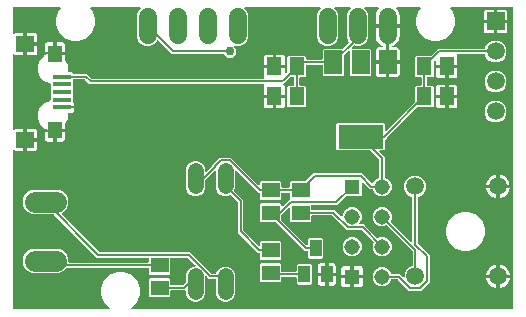
<source format=gbr>
G04 EAGLE Gerber RS-274X export*
G75*
%MOMM*%
%FSLAX34Y34*%
%LPD*%
%INTop Copper*%
%IPPOS*%
%AMOC8*
5,1,8,0,0,1.08239X$1,22.5*%
G01*
%ADD10R,1.300000X1.500000*%
%ADD11R,1.308000X1.308000*%
%ADD12C,1.308000*%
%ADD13R,1.500000X2.000000*%
%ADD14R,3.800000X2.000000*%
%ADD15C,1.524000*%
%ADD16C,1.320800*%
%ADD17R,1.508000X1.508000*%
%ADD18C,1.508000*%
%ADD19R,1.000000X1.400000*%
%ADD20R,1.500000X1.300000*%
%ADD21C,1.790700*%
%ADD22R,1.600000X0.400000*%
%ADD23R,1.500000X1.400000*%
%ADD24R,1.200000X1.400000*%
%ADD25C,0.756400*%
%ADD26C,0.152400*%

G36*
X91722Y10172D02*
X91722Y10172D01*
X91794Y10174D01*
X91843Y10192D01*
X91895Y10200D01*
X91958Y10234D01*
X92025Y10259D01*
X92066Y10291D01*
X92112Y10316D01*
X92161Y10368D01*
X92217Y10412D01*
X92245Y10456D01*
X92281Y10494D01*
X92311Y10559D01*
X92350Y10619D01*
X92363Y10670D01*
X92385Y10717D01*
X92393Y10788D01*
X92410Y10858D01*
X92406Y10910D01*
X92412Y10961D01*
X92397Y11032D01*
X92391Y11103D01*
X92371Y11151D01*
X92360Y11202D01*
X92323Y11263D01*
X92295Y11329D01*
X92250Y11385D01*
X92234Y11413D01*
X92216Y11428D01*
X92190Y11460D01*
X87603Y16047D01*
X85089Y22116D01*
X85089Y28684D01*
X87603Y34753D01*
X92247Y39397D01*
X98316Y41911D01*
X104884Y41911D01*
X110953Y39397D01*
X115597Y34753D01*
X118111Y28684D01*
X118111Y22116D01*
X115597Y16047D01*
X111010Y11460D01*
X110968Y11402D01*
X110919Y11350D01*
X110897Y11303D01*
X110866Y11261D01*
X110845Y11192D01*
X110815Y11127D01*
X110809Y11075D01*
X110794Y11025D01*
X110796Y10954D01*
X110788Y10883D01*
X110799Y10832D01*
X110800Y10780D01*
X110825Y10712D01*
X110840Y10642D01*
X110867Y10597D01*
X110885Y10549D01*
X110930Y10493D01*
X110966Y10431D01*
X111006Y10397D01*
X111039Y10357D01*
X111099Y10318D01*
X111153Y10271D01*
X111202Y10252D01*
X111245Y10224D01*
X111315Y10206D01*
X111382Y10179D01*
X111453Y10171D01*
X111484Y10163D01*
X111507Y10165D01*
X111548Y10161D01*
X433378Y10161D01*
X433398Y10164D01*
X433417Y10162D01*
X433519Y10184D01*
X433621Y10200D01*
X433638Y10210D01*
X433658Y10214D01*
X433747Y10267D01*
X433838Y10316D01*
X433852Y10330D01*
X433869Y10340D01*
X433936Y10419D01*
X434008Y10494D01*
X434016Y10512D01*
X434029Y10527D01*
X434068Y10623D01*
X434111Y10717D01*
X434113Y10737D01*
X434121Y10755D01*
X434139Y10922D01*
X434139Y265178D01*
X434136Y265198D01*
X434138Y265217D01*
X434116Y265319D01*
X434100Y265421D01*
X434090Y265438D01*
X434086Y265458D01*
X434033Y265547D01*
X433984Y265638D01*
X433970Y265652D01*
X433960Y265669D01*
X433881Y265736D01*
X433806Y265808D01*
X433788Y265816D01*
X433773Y265829D01*
X433677Y265868D01*
X433583Y265911D01*
X433563Y265913D01*
X433545Y265921D01*
X433378Y265939D01*
X381548Y265939D01*
X381478Y265928D01*
X381406Y265926D01*
X381357Y265908D01*
X381305Y265900D01*
X381242Y265866D01*
X381175Y265841D01*
X381134Y265809D01*
X381088Y265784D01*
X381039Y265732D01*
X380983Y265688D01*
X380955Y265644D01*
X380919Y265606D01*
X380889Y265541D01*
X380850Y265481D01*
X380837Y265430D01*
X380815Y265383D01*
X380807Y265312D01*
X380790Y265242D01*
X380794Y265190D01*
X380788Y265139D01*
X380803Y265068D01*
X380809Y264997D01*
X380829Y264949D01*
X380840Y264898D01*
X380877Y264837D01*
X380905Y264771D01*
X380950Y264715D01*
X380966Y264687D01*
X380984Y264672D01*
X381010Y264640D01*
X382297Y263353D01*
X384811Y257284D01*
X384811Y250716D01*
X382297Y244647D01*
X377653Y240003D01*
X371584Y237489D01*
X365016Y237489D01*
X358947Y240003D01*
X354303Y244647D01*
X351789Y250716D01*
X351789Y257284D01*
X354303Y263353D01*
X355590Y264640D01*
X355632Y264698D01*
X355681Y264750D01*
X355703Y264797D01*
X355734Y264839D01*
X355755Y264908D01*
X355785Y264973D01*
X355791Y265025D01*
X355806Y265075D01*
X355804Y265146D01*
X355812Y265217D01*
X355801Y265268D01*
X355800Y265320D01*
X355775Y265388D01*
X355760Y265458D01*
X355733Y265503D01*
X355715Y265551D01*
X355670Y265607D01*
X355634Y265669D01*
X355594Y265703D01*
X355561Y265743D01*
X355501Y265782D01*
X355447Y265829D01*
X355398Y265848D01*
X355355Y265876D01*
X355285Y265894D01*
X355218Y265921D01*
X355147Y265929D01*
X355116Y265937D01*
X355093Y265935D01*
X355052Y265939D01*
X335738Y265939D01*
X335667Y265928D01*
X335596Y265926D01*
X335547Y265908D01*
X335495Y265900D01*
X335432Y265866D01*
X335365Y265841D01*
X335324Y265809D01*
X335278Y265784D01*
X335229Y265733D01*
X335172Y265688D01*
X335144Y265644D01*
X335108Y265606D01*
X335078Y265541D01*
X335040Y265481D01*
X335027Y265430D01*
X335005Y265383D01*
X334997Y265312D01*
X334979Y265242D01*
X334984Y265190D01*
X334978Y265139D01*
X334993Y265068D01*
X334999Y264997D01*
X335019Y264949D01*
X335030Y264898D01*
X335067Y264837D01*
X335095Y264771D01*
X335140Y264715D01*
X335156Y264687D01*
X335174Y264672D01*
X335200Y264640D01*
X335410Y264429D01*
X336350Y263135D01*
X337076Y261710D01*
X337571Y260189D01*
X337821Y258610D01*
X337821Y251713D01*
X328422Y251713D01*
X328402Y251710D01*
X328383Y251712D01*
X328281Y251690D01*
X328179Y251673D01*
X328162Y251664D01*
X328142Y251660D01*
X328053Y251607D01*
X327962Y251558D01*
X327948Y251544D01*
X327931Y251534D01*
X327864Y251455D01*
X327793Y251380D01*
X327784Y251362D01*
X327771Y251347D01*
X327733Y251251D01*
X327689Y251157D01*
X327687Y251137D01*
X327679Y251119D01*
X327661Y250952D01*
X327661Y250189D01*
X327659Y250189D01*
X327659Y250952D01*
X327656Y250972D01*
X327658Y250991D01*
X327636Y251093D01*
X327619Y251195D01*
X327610Y251212D01*
X327606Y251232D01*
X327553Y251321D01*
X327504Y251412D01*
X327490Y251426D01*
X327480Y251443D01*
X327401Y251510D01*
X327326Y251581D01*
X327308Y251590D01*
X327293Y251603D01*
X327197Y251642D01*
X327103Y251685D01*
X327083Y251687D01*
X327065Y251695D01*
X326898Y251713D01*
X317499Y251713D01*
X317499Y258610D01*
X317749Y260189D01*
X318244Y261710D01*
X318970Y263135D01*
X319910Y264429D01*
X320120Y264640D01*
X320162Y264698D01*
X320212Y264750D01*
X320233Y264797D01*
X320264Y264839D01*
X320285Y264908D01*
X320315Y264973D01*
X320321Y265025D01*
X320336Y265075D01*
X320334Y265146D01*
X320342Y265217D01*
X320331Y265268D01*
X320330Y265320D01*
X320305Y265388D01*
X320290Y265458D01*
X320263Y265503D01*
X320245Y265551D01*
X320201Y265607D01*
X320164Y265669D01*
X320124Y265703D01*
X320092Y265743D01*
X320031Y265782D01*
X319977Y265829D01*
X319929Y265848D01*
X319885Y265876D01*
X319815Y265894D01*
X319749Y265921D01*
X319677Y265929D01*
X319646Y265937D01*
X319623Y265935D01*
X319582Y265939D01*
X308901Y265939D01*
X308830Y265928D01*
X308759Y265926D01*
X308710Y265908D01*
X308658Y265900D01*
X308595Y265866D01*
X308528Y265841D01*
X308487Y265809D01*
X308441Y265784D01*
X308392Y265732D01*
X308336Y265688D01*
X308307Y265644D01*
X308272Y265606D01*
X308241Y265541D01*
X308203Y265481D01*
X308190Y265430D01*
X308168Y265383D01*
X308160Y265312D01*
X308143Y265242D01*
X308147Y265190D01*
X308141Y265139D01*
X308156Y265068D01*
X308162Y264997D01*
X308182Y264949D01*
X308193Y264898D01*
X308230Y264837D01*
X308258Y264771D01*
X308303Y264715D01*
X308319Y264687D01*
X308337Y264672D01*
X308363Y264640D01*
X310013Y262990D01*
X311405Y259629D01*
X311405Y240751D01*
X310013Y237390D01*
X307440Y234817D01*
X304079Y233425D01*
X300441Y233425D01*
X299891Y233653D01*
X299778Y233679D01*
X299664Y233708D01*
X299658Y233708D01*
X299652Y233709D01*
X299535Y233698D01*
X299419Y233689D01*
X299413Y233687D01*
X299407Y233686D01*
X299300Y233639D01*
X299193Y233593D01*
X299187Y233588D01*
X299182Y233586D01*
X299169Y233574D01*
X299062Y233488D01*
X297858Y232284D01*
X297816Y232226D01*
X297767Y232174D01*
X297745Y232127D01*
X297715Y232085D01*
X297694Y232016D01*
X297663Y231951D01*
X297658Y231899D01*
X297642Y231849D01*
X297644Y231778D01*
X297636Y231707D01*
X297647Y231656D01*
X297649Y231604D01*
X297673Y231536D01*
X297688Y231466D01*
X297715Y231421D01*
X297733Y231373D01*
X297778Y231317D01*
X297815Y231255D01*
X297854Y231221D01*
X297887Y231181D01*
X297947Y231142D01*
X298002Y231095D01*
X298050Y231076D01*
X298094Y231048D01*
X298163Y231030D01*
X298230Y231003D01*
X298301Y230995D01*
X298332Y230987D01*
X298356Y230989D01*
X298396Y230985D01*
X312932Y230985D01*
X313825Y230092D01*
X313825Y208828D01*
X312932Y207935D01*
X296668Y207935D01*
X295775Y208828D01*
X295775Y228364D01*
X295764Y228434D01*
X295762Y228506D01*
X295744Y228555D01*
X295736Y228606D01*
X295702Y228670D01*
X295677Y228737D01*
X295645Y228778D01*
X295620Y228824D01*
X295568Y228873D01*
X295524Y228929D01*
X295480Y228957D01*
X295442Y228993D01*
X295377Y229023D01*
X295317Y229062D01*
X295266Y229075D01*
X295219Y229097D01*
X295148Y229105D01*
X295078Y229122D01*
X295026Y229118D01*
X294975Y229124D01*
X294904Y229109D01*
X294833Y229103D01*
X294785Y229083D01*
X294734Y229072D01*
X294673Y229035D01*
X294607Y229007D01*
X294551Y228962D01*
X294523Y228945D01*
X294508Y228928D01*
X294476Y228902D01*
X291048Y225474D01*
X290995Y225400D01*
X290935Y225330D01*
X290923Y225300D01*
X290904Y225274D01*
X290877Y225187D01*
X290843Y225102D01*
X290839Y225061D01*
X290832Y225039D01*
X290833Y225007D01*
X290825Y224935D01*
X290825Y208828D01*
X289932Y207935D01*
X273668Y207935D01*
X272775Y208828D01*
X272775Y216412D01*
X272772Y216432D01*
X272774Y216451D01*
X272752Y216553D01*
X272736Y216655D01*
X272726Y216672D01*
X272722Y216692D01*
X272669Y216781D01*
X272620Y216872D01*
X272606Y216886D01*
X272596Y216903D01*
X272517Y216970D01*
X272442Y217042D01*
X272424Y217050D01*
X272409Y217063D01*
X272313Y217102D01*
X272219Y217145D01*
X272199Y217147D01*
X272181Y217155D01*
X272014Y217173D01*
X259586Y217173D01*
X259566Y217170D01*
X259547Y217172D01*
X259445Y217150D01*
X259343Y217134D01*
X259326Y217124D01*
X259306Y217120D01*
X259217Y217067D01*
X259126Y217018D01*
X259112Y217004D01*
X259095Y216994D01*
X259028Y216915D01*
X258956Y216840D01*
X258948Y216822D01*
X258935Y216807D01*
X258896Y216711D01*
X258853Y216617D01*
X258851Y216597D01*
X258843Y216579D01*
X258825Y216412D01*
X258825Y207768D01*
X257932Y206875D01*
X253848Y206875D01*
X253828Y206872D01*
X253809Y206874D01*
X253707Y206852D01*
X253605Y206836D01*
X253588Y206826D01*
X253568Y206822D01*
X253479Y206769D01*
X253388Y206720D01*
X253374Y206706D01*
X253357Y206696D01*
X253290Y206617D01*
X253218Y206542D01*
X253210Y206524D01*
X253197Y206509D01*
X253158Y206413D01*
X253115Y206319D01*
X253113Y206299D01*
X253105Y206281D01*
X253087Y206114D01*
X253087Y200286D01*
X253090Y200266D01*
X253088Y200247D01*
X253110Y200145D01*
X253126Y200043D01*
X253136Y200026D01*
X253140Y200006D01*
X253193Y199917D01*
X253242Y199826D01*
X253256Y199812D01*
X253266Y199795D01*
X253345Y199728D01*
X253420Y199656D01*
X253438Y199648D01*
X253453Y199635D01*
X253549Y199596D01*
X253643Y199553D01*
X253663Y199551D01*
X253681Y199543D01*
X253848Y199525D01*
X257932Y199525D01*
X258825Y198632D01*
X258825Y182368D01*
X257932Y181475D01*
X243668Y181475D01*
X242775Y182368D01*
X242775Y198632D01*
X243668Y199525D01*
X247752Y199525D01*
X247772Y199528D01*
X247791Y199526D01*
X247893Y199548D01*
X247995Y199564D01*
X248012Y199574D01*
X248032Y199578D01*
X248121Y199631D01*
X248212Y199680D01*
X248226Y199694D01*
X248243Y199704D01*
X248310Y199783D01*
X248382Y199858D01*
X248390Y199876D01*
X248403Y199891D01*
X248442Y199987D01*
X248485Y200081D01*
X248487Y200101D01*
X248495Y200119D01*
X248513Y200286D01*
X248513Y206114D01*
X248510Y206134D01*
X248512Y206153D01*
X248490Y206255D01*
X248474Y206357D01*
X248464Y206374D01*
X248460Y206394D01*
X248407Y206483D01*
X248358Y206574D01*
X248344Y206588D01*
X248334Y206605D01*
X248255Y206672D01*
X248180Y206744D01*
X248162Y206752D01*
X248147Y206765D01*
X248051Y206804D01*
X247957Y206847D01*
X247937Y206849D01*
X247919Y206857D01*
X247752Y206875D01*
X245325Y206875D01*
X245234Y206861D01*
X245144Y206853D01*
X245114Y206841D01*
X245082Y206836D01*
X245001Y206793D01*
X244917Y206757D01*
X244885Y206731D01*
X244864Y206720D01*
X244842Y206697D01*
X244786Y206652D01*
X239488Y201354D01*
X239419Y201258D01*
X239348Y201162D01*
X239347Y201158D01*
X239345Y201155D01*
X239309Y201040D01*
X239273Y200928D01*
X239274Y200923D01*
X239272Y200919D01*
X239275Y200801D01*
X239277Y200682D01*
X239279Y200678D01*
X239279Y200674D01*
X239320Y200560D01*
X239359Y200450D01*
X239362Y200447D01*
X239363Y200443D01*
X239438Y200349D01*
X239511Y200256D01*
X239515Y200253D01*
X239517Y200251D01*
X239528Y200243D01*
X239646Y200157D01*
X239860Y200033D01*
X240333Y199560D01*
X240668Y198981D01*
X240841Y198334D01*
X240841Y192023D01*
X232562Y192023D01*
X232542Y192020D01*
X232523Y192022D01*
X232421Y192000D01*
X232319Y191983D01*
X232302Y191974D01*
X232282Y191970D01*
X232193Y191917D01*
X232102Y191868D01*
X232088Y191854D01*
X232071Y191844D01*
X232004Y191765D01*
X231933Y191690D01*
X231924Y191672D01*
X231911Y191657D01*
X231872Y191561D01*
X231829Y191467D01*
X231827Y191447D01*
X231819Y191429D01*
X231801Y191262D01*
X231801Y190499D01*
X231799Y190499D01*
X231799Y191262D01*
X231796Y191282D01*
X231798Y191301D01*
X231776Y191403D01*
X231759Y191505D01*
X231750Y191522D01*
X231746Y191542D01*
X231693Y191631D01*
X231644Y191722D01*
X231630Y191736D01*
X231620Y191753D01*
X231541Y191820D01*
X231466Y191891D01*
X231448Y191900D01*
X231433Y191913D01*
X231337Y191952D01*
X231243Y191995D01*
X231223Y191997D01*
X231205Y192005D01*
X231038Y192023D01*
X222759Y192023D01*
X222759Y198334D01*
X222932Y198981D01*
X223267Y199560D01*
X223321Y199614D01*
X223362Y199672D01*
X223412Y199724D01*
X223434Y199771D01*
X223464Y199813D01*
X223485Y199882D01*
X223515Y199947D01*
X223521Y199999D01*
X223537Y200048D01*
X223535Y200120D01*
X223543Y200191D01*
X223531Y200242D01*
X223530Y200294D01*
X223506Y200362D01*
X223490Y200432D01*
X223464Y200477D01*
X223446Y200525D01*
X223401Y200581D01*
X223364Y200643D01*
X223325Y200677D01*
X223292Y200717D01*
X223232Y200756D01*
X223177Y200803D01*
X223129Y200822D01*
X223085Y200850D01*
X223016Y200868D01*
X222949Y200895D01*
X222878Y200903D01*
X222847Y200911D01*
X222823Y200909D01*
X222782Y200913D01*
X75253Y200913D01*
X71366Y204800D01*
X71292Y204853D01*
X71222Y204913D01*
X71192Y204925D01*
X71166Y204944D01*
X71079Y204971D01*
X70994Y205005D01*
X70953Y205009D01*
X70931Y205016D01*
X70899Y205015D01*
X70827Y205023D01*
X62255Y205023D01*
X62165Y205009D01*
X62074Y205001D01*
X62044Y204989D01*
X62012Y204984D01*
X61931Y204941D01*
X61847Y204905D01*
X61815Y204879D01*
X61795Y204868D01*
X61773Y204845D01*
X61717Y204800D01*
X61515Y204598D01*
X61503Y204582D01*
X61487Y204570D01*
X61431Y204482D01*
X61371Y204398D01*
X61365Y204379D01*
X61354Y204363D01*
X61329Y204262D01*
X61299Y204163D01*
X61299Y204143D01*
X61294Y204124D01*
X61302Y204021D01*
X61305Y203918D01*
X61312Y203899D01*
X61313Y203879D01*
X61354Y203784D01*
X61390Y203686D01*
X61402Y203671D01*
X61410Y203653D01*
X61515Y203522D01*
X61595Y203442D01*
X61595Y198178D01*
X61515Y198098D01*
X61503Y198082D01*
X61487Y198070D01*
X61431Y197982D01*
X61371Y197899D01*
X61365Y197880D01*
X61354Y197863D01*
X61329Y197762D01*
X61299Y197663D01*
X61299Y197643D01*
X61294Y197624D01*
X61302Y197521D01*
X61305Y197418D01*
X61312Y197399D01*
X61313Y197379D01*
X61354Y197284D01*
X61389Y197187D01*
X61402Y197171D01*
X61410Y197153D01*
X61515Y197022D01*
X61595Y196942D01*
X61595Y191678D01*
X61515Y191598D01*
X61503Y191582D01*
X61487Y191570D01*
X61431Y191482D01*
X61371Y191399D01*
X61365Y191380D01*
X61354Y191363D01*
X61329Y191262D01*
X61299Y191163D01*
X61299Y191143D01*
X61294Y191124D01*
X61302Y191021D01*
X61305Y190918D01*
X61312Y190899D01*
X61313Y190879D01*
X61354Y190784D01*
X61389Y190687D01*
X61402Y190671D01*
X61410Y190653D01*
X61515Y190522D01*
X61595Y190442D01*
X61595Y185694D01*
X61609Y185604D01*
X61617Y185513D01*
X61629Y185483D01*
X61634Y185451D01*
X61677Y185370D01*
X61713Y185286D01*
X61739Y185254D01*
X61750Y185234D01*
X61773Y185211D01*
X61818Y185155D01*
X62103Y184870D01*
X62438Y184291D01*
X62611Y183644D01*
X62611Y182309D01*
X55600Y182309D01*
X55555Y182302D01*
X55509Y182304D01*
X55434Y182282D01*
X55357Y182270D01*
X55316Y182248D01*
X55272Y182235D01*
X55208Y182191D01*
X55140Y182154D01*
X55108Y182121D01*
X55070Y182095D01*
X55024Y182032D01*
X54970Y181976D01*
X54951Y181934D01*
X54924Y181898D01*
X54899Y181824D01*
X54867Y181753D01*
X54862Y181707D01*
X54847Y181664D01*
X54848Y181586D01*
X54840Y181509D01*
X54849Y181464D01*
X54850Y181418D01*
X54888Y181286D01*
X54892Y181268D01*
X54894Y181264D01*
X54896Y181257D01*
X55094Y180781D01*
X55156Y180681D01*
X55215Y180581D01*
X55220Y180577D01*
X55223Y180572D01*
X55314Y180497D01*
X55402Y180421D01*
X55408Y180419D01*
X55413Y180415D01*
X55521Y180373D01*
X55630Y180329D01*
X55638Y180328D01*
X55642Y180327D01*
X55661Y180326D01*
X55797Y180311D01*
X62611Y180311D01*
X62611Y178975D01*
X62438Y178329D01*
X62103Y177750D01*
X61630Y177277D01*
X61051Y176942D01*
X60404Y176769D01*
X57492Y176769D01*
X57472Y176766D01*
X57453Y176768D01*
X57351Y176746D01*
X57249Y176730D01*
X57232Y176720D01*
X57212Y176716D01*
X57123Y176663D01*
X57032Y176614D01*
X57018Y176600D01*
X57001Y176590D01*
X56934Y176511D01*
X56862Y176436D01*
X56854Y176418D01*
X56841Y176403D01*
X56802Y176307D01*
X56759Y176213D01*
X56757Y176193D01*
X56749Y176175D01*
X56731Y176008D01*
X56731Y171792D01*
X54792Y167110D01*
X54781Y167095D01*
X54721Y167025D01*
X54709Y166995D01*
X54690Y166969D01*
X54663Y166882D01*
X54629Y166797D01*
X54625Y166756D01*
X54618Y166734D01*
X54619Y166702D01*
X54611Y166630D01*
X54611Y163333D01*
X50805Y163333D01*
X50740Y163323D01*
X50675Y163322D01*
X50595Y163299D01*
X50562Y163293D01*
X50545Y163284D01*
X50514Y163275D01*
X46835Y161751D01*
X46752Y161700D01*
X46707Y161676D01*
X46702Y161676D01*
X46609Y161649D01*
X45308Y161649D01*
X45288Y161646D01*
X45269Y161648D01*
X45167Y161626D01*
X45065Y161610D01*
X45048Y161600D01*
X45028Y161596D01*
X44939Y161543D01*
X44848Y161494D01*
X44834Y161480D01*
X44817Y161470D01*
X44750Y161391D01*
X44679Y161316D01*
X44670Y161298D01*
X44657Y161283D01*
X44618Y161187D01*
X44575Y161093D01*
X44573Y161073D01*
X44565Y161055D01*
X44547Y160888D01*
X44547Y152269D01*
X39736Y152269D01*
X39089Y152442D01*
X38510Y152777D01*
X38037Y153250D01*
X37702Y153829D01*
X37529Y154476D01*
X37529Y160287D01*
X41014Y160287D01*
X41110Y160303D01*
X41207Y160312D01*
X41231Y160322D01*
X41257Y160327D01*
X41343Y160372D01*
X41432Y160412D01*
X41451Y160429D01*
X41474Y160442D01*
X41541Y160512D01*
X41613Y160578D01*
X41625Y160601D01*
X41643Y160620D01*
X41684Y160708D01*
X41731Y160794D01*
X41736Y160819D01*
X41747Y160843D01*
X41758Y160940D01*
X41775Y161036D01*
X41771Y161062D01*
X41774Y161088D01*
X41753Y161183D01*
X41739Y161279D01*
X41727Y161302D01*
X41722Y161328D01*
X41672Y161411D01*
X41628Y161498D01*
X41609Y161517D01*
X41596Y161539D01*
X41522Y161602D01*
X41452Y161670D01*
X41424Y161686D01*
X41409Y161699D01*
X41378Y161711D01*
X41305Y161751D01*
X37626Y163275D01*
X37562Y163290D01*
X37502Y163315D01*
X37419Y163324D01*
X37387Y163331D01*
X37367Y163330D01*
X37335Y163333D01*
X37305Y163333D01*
X37289Y163348D01*
X37206Y163429D01*
X37200Y163433D01*
X37196Y163436D01*
X37179Y163444D01*
X37059Y163510D01*
X36898Y163577D01*
X33337Y167138D01*
X31409Y171792D01*
X31409Y176828D01*
X33337Y181482D01*
X36898Y185043D01*
X41552Y186971D01*
X41784Y186971D01*
X41804Y186974D01*
X41823Y186972D01*
X41925Y186994D01*
X42027Y187010D01*
X42044Y187020D01*
X42064Y187024D01*
X42153Y187077D01*
X42244Y187126D01*
X42258Y187140D01*
X42275Y187150D01*
X42342Y187229D01*
X42414Y187304D01*
X42422Y187322D01*
X42435Y187337D01*
X42474Y187433D01*
X42517Y187527D01*
X42519Y187547D01*
X42527Y187565D01*
X42545Y187732D01*
X42545Y190442D01*
X42625Y190522D01*
X42637Y190538D01*
X42653Y190550D01*
X42709Y190637D01*
X42769Y190721D01*
X42775Y190740D01*
X42786Y190757D01*
X42811Y190858D01*
X42841Y190956D01*
X42841Y190976D01*
X42846Y190996D01*
X42838Y191099D01*
X42835Y191202D01*
X42828Y191221D01*
X42827Y191241D01*
X42786Y191336D01*
X42751Y191433D01*
X42738Y191449D01*
X42730Y191467D01*
X42625Y191598D01*
X42545Y191678D01*
X42545Y196942D01*
X42625Y197022D01*
X42637Y197038D01*
X42653Y197050D01*
X42709Y197137D01*
X42769Y197221D01*
X42775Y197240D01*
X42786Y197257D01*
X42811Y197358D01*
X42841Y197456D01*
X42841Y197476D01*
X42846Y197496D01*
X42838Y197599D01*
X42835Y197702D01*
X42828Y197721D01*
X42827Y197741D01*
X42786Y197836D01*
X42751Y197933D01*
X42738Y197949D01*
X42730Y197967D01*
X42625Y198098D01*
X42545Y198178D01*
X42545Y200888D01*
X42542Y200908D01*
X42544Y200927D01*
X42522Y201029D01*
X42506Y201131D01*
X42496Y201148D01*
X42492Y201168D01*
X42439Y201257D01*
X42390Y201348D01*
X42376Y201362D01*
X42366Y201379D01*
X42287Y201446D01*
X42212Y201518D01*
X42194Y201526D01*
X42179Y201539D01*
X42083Y201578D01*
X41989Y201621D01*
X41969Y201623D01*
X41951Y201631D01*
X41784Y201649D01*
X41552Y201649D01*
X36898Y203577D01*
X33337Y207138D01*
X31409Y211792D01*
X31409Y216828D01*
X33337Y221482D01*
X36898Y225043D01*
X37059Y225110D01*
X37159Y225172D01*
X37259Y225231D01*
X37263Y225236D01*
X37268Y225240D01*
X37307Y225287D01*
X37335Y225287D01*
X37399Y225297D01*
X37465Y225298D01*
X37545Y225321D01*
X37578Y225327D01*
X37595Y225336D01*
X37626Y225345D01*
X41305Y226869D01*
X41388Y226920D01*
X41474Y226965D01*
X41492Y226984D01*
X41514Y226998D01*
X41576Y227073D01*
X41643Y227144D01*
X41654Y227168D01*
X41671Y227188D01*
X41706Y227279D01*
X41747Y227367D01*
X41750Y227393D01*
X41759Y227417D01*
X41763Y227515D01*
X41774Y227611D01*
X41769Y227637D01*
X41770Y227663D01*
X41742Y227757D01*
X41722Y227852D01*
X41708Y227874D01*
X41701Y227899D01*
X41646Y227979D01*
X41596Y228063D01*
X41576Y228080D01*
X41561Y228101D01*
X41483Y228159D01*
X41409Y228223D01*
X41384Y228233D01*
X41363Y228248D01*
X41271Y228278D01*
X41181Y228315D01*
X41148Y228318D01*
X41130Y228324D01*
X41097Y228324D01*
X41014Y228333D01*
X37529Y228333D01*
X37529Y234144D01*
X37702Y234791D01*
X38037Y235370D01*
X38510Y235843D01*
X39089Y236178D01*
X39736Y236351D01*
X44547Y236351D01*
X44547Y227732D01*
X44550Y227712D01*
X44548Y227693D01*
X44570Y227591D01*
X44587Y227489D01*
X44596Y227472D01*
X44600Y227452D01*
X44653Y227363D01*
X44702Y227272D01*
X44716Y227258D01*
X44726Y227241D01*
X44805Y227174D01*
X44880Y227102D01*
X44898Y227094D01*
X44913Y227081D01*
X45009Y227042D01*
X45103Y226999D01*
X45123Y226997D01*
X45141Y226989D01*
X45308Y226971D01*
X46605Y226971D01*
X46627Y226961D01*
X46683Y226954D01*
X46688Y226949D01*
X46716Y226934D01*
X46731Y226921D01*
X46762Y226909D01*
X46835Y226869D01*
X50514Y225345D01*
X50578Y225330D01*
X50638Y225305D01*
X50721Y225296D01*
X50753Y225289D01*
X50773Y225290D01*
X50805Y225287D01*
X54611Y225287D01*
X54611Y221990D01*
X54625Y221899D01*
X54633Y221809D01*
X54645Y221779D01*
X54650Y221747D01*
X54693Y221666D01*
X54729Y221582D01*
X54755Y221550D01*
X54766Y221529D01*
X54789Y221507D01*
X54797Y221498D01*
X56731Y216828D01*
X56731Y211719D01*
X56714Y211648D01*
X56718Y211602D01*
X56713Y211557D01*
X56730Y211481D01*
X56737Y211403D01*
X56756Y211361D01*
X56766Y211316D01*
X56806Y211249D01*
X56837Y211179D01*
X56868Y211145D01*
X56892Y211105D01*
X56951Y211055D01*
X57003Y210997D01*
X57044Y210975D01*
X57079Y210945D01*
X57151Y210916D01*
X57219Y210879D01*
X57264Y210870D01*
X57307Y210853D01*
X57442Y210838D01*
X57461Y210835D01*
X57466Y210836D01*
X57474Y210835D01*
X60702Y210835D01*
X61717Y209820D01*
X61791Y209767D01*
X61860Y209707D01*
X61890Y209695D01*
X61916Y209676D01*
X62003Y209649D01*
X62088Y209615D01*
X62129Y209611D01*
X62151Y209604D01*
X62184Y209605D01*
X62255Y209597D01*
X73037Y209597D01*
X76924Y205710D01*
X76998Y205657D01*
X77068Y205597D01*
X77098Y205585D01*
X77124Y205566D01*
X77211Y205539D01*
X77296Y205505D01*
X77337Y205501D01*
X77359Y205494D01*
X77391Y205495D01*
X77463Y205487D01*
X222782Y205487D01*
X222853Y205498D01*
X222925Y205500D01*
X222974Y205518D01*
X223025Y205526D01*
X223088Y205560D01*
X223156Y205585D01*
X223197Y205617D01*
X223242Y205642D01*
X223292Y205693D01*
X223348Y205738D01*
X223376Y205782D01*
X223412Y205820D01*
X223442Y205885D01*
X223481Y205945D01*
X223494Y205996D01*
X223515Y206043D01*
X223523Y206114D01*
X223541Y206184D01*
X223537Y206236D01*
X223543Y206287D01*
X223527Y206357D01*
X223522Y206429D01*
X223501Y206477D01*
X223490Y206528D01*
X223453Y206589D01*
X223425Y206655D01*
X223381Y206711D01*
X223364Y206739D01*
X223346Y206754D01*
X223321Y206786D01*
X223267Y206840D01*
X222932Y207419D01*
X222759Y208066D01*
X222759Y214377D01*
X231038Y214377D01*
X231058Y214380D01*
X231077Y214378D01*
X231179Y214400D01*
X231281Y214417D01*
X231298Y214426D01*
X231318Y214430D01*
X231407Y214483D01*
X231498Y214532D01*
X231512Y214546D01*
X231529Y214556D01*
X231596Y214635D01*
X231667Y214710D01*
X231676Y214728D01*
X231689Y214743D01*
X231728Y214839D01*
X231771Y214933D01*
X231773Y214953D01*
X231781Y214971D01*
X231799Y215138D01*
X231799Y215901D01*
X231801Y215901D01*
X231801Y215138D01*
X231804Y215118D01*
X231802Y215099D01*
X231824Y214997D01*
X231841Y214895D01*
X231850Y214878D01*
X231854Y214858D01*
X231907Y214769D01*
X231956Y214678D01*
X231970Y214664D01*
X231980Y214647D01*
X232059Y214580D01*
X232134Y214509D01*
X232152Y214500D01*
X232167Y214487D01*
X232263Y214448D01*
X232357Y214405D01*
X232377Y214403D01*
X232395Y214395D01*
X232562Y214377D01*
X240841Y214377D01*
X240841Y211012D01*
X240852Y210942D01*
X240854Y210870D01*
X240872Y210821D01*
X240880Y210770D01*
X240914Y210706D01*
X240939Y210639D01*
X240971Y210598D01*
X240996Y210552D01*
X241047Y210503D01*
X241092Y210447D01*
X241136Y210419D01*
X241174Y210383D01*
X241239Y210353D01*
X241299Y210314D01*
X241350Y210301D01*
X241397Y210279D01*
X241468Y210271D01*
X241538Y210254D01*
X241590Y210258D01*
X241641Y210252D01*
X241712Y210267D01*
X241783Y210273D01*
X241831Y210293D01*
X241882Y210304D01*
X241943Y210341D01*
X242009Y210369D01*
X242065Y210414D01*
X242093Y210431D01*
X242108Y210448D01*
X242140Y210474D01*
X242552Y210886D01*
X242606Y210960D01*
X242665Y211030D01*
X242677Y211060D01*
X242696Y211086D01*
X242723Y211173D01*
X242757Y211258D01*
X242761Y211299D01*
X242768Y211321D01*
X242767Y211353D01*
X242775Y211425D01*
X242775Y224032D01*
X243668Y224925D01*
X257932Y224925D01*
X258825Y224032D01*
X258825Y222508D01*
X258828Y222488D01*
X258826Y222469D01*
X258848Y222367D01*
X258864Y222265D01*
X258874Y222248D01*
X258878Y222228D01*
X258931Y222139D01*
X258980Y222048D01*
X258994Y222034D01*
X259004Y222017D01*
X259083Y221950D01*
X259158Y221878D01*
X259176Y221870D01*
X259191Y221857D01*
X259287Y221818D01*
X259381Y221775D01*
X259401Y221773D01*
X259419Y221765D01*
X259586Y221747D01*
X272014Y221747D01*
X272034Y221750D01*
X272053Y221748D01*
X272155Y221770D01*
X272257Y221786D01*
X272274Y221796D01*
X272294Y221800D01*
X272383Y221853D01*
X272474Y221902D01*
X272488Y221916D01*
X272505Y221926D01*
X272572Y222005D01*
X272644Y222080D01*
X272652Y222098D01*
X272665Y222113D01*
X272704Y222209D01*
X272747Y222303D01*
X272749Y222323D01*
X272757Y222341D01*
X272775Y222508D01*
X272775Y230092D01*
X273668Y230985D01*
X289775Y230985D01*
X289866Y230999D01*
X289956Y231007D01*
X289986Y231019D01*
X290018Y231024D01*
X290099Y231067D01*
X290183Y231103D01*
X290215Y231129D01*
X290236Y231140D01*
X290258Y231163D01*
X290314Y231208D01*
X294963Y235857D01*
X294975Y235874D01*
X294991Y235886D01*
X295047Y235973D01*
X295107Y236057D01*
X295113Y236076D01*
X295124Y236093D01*
X295149Y236193D01*
X295179Y236292D01*
X295179Y236312D01*
X295184Y236331D01*
X295176Y236434D01*
X295173Y236538D01*
X295166Y236557D01*
X295165Y236577D01*
X295124Y236671D01*
X295089Y236769D01*
X295076Y236785D01*
X295068Y236803D01*
X294963Y236934D01*
X294507Y237390D01*
X293115Y240751D01*
X293115Y259629D01*
X294507Y262990D01*
X296157Y264640D01*
X296199Y264698D01*
X296248Y264750D01*
X296270Y264797D01*
X296301Y264839D01*
X296322Y264908D01*
X296352Y264973D01*
X296358Y265025D01*
X296373Y265075D01*
X296371Y265146D01*
X296379Y265217D01*
X296368Y265268D01*
X296367Y265320D01*
X296342Y265388D01*
X296327Y265458D01*
X296300Y265503D01*
X296282Y265551D01*
X296237Y265607D01*
X296201Y265669D01*
X296161Y265703D01*
X296129Y265743D01*
X296068Y265782D01*
X296014Y265829D01*
X295965Y265848D01*
X295922Y265876D01*
X295852Y265894D01*
X295786Y265921D01*
X295714Y265929D01*
X295683Y265937D01*
X295660Y265935D01*
X295619Y265939D01*
X283501Y265939D01*
X283430Y265928D01*
X283359Y265926D01*
X283310Y265908D01*
X283258Y265900D01*
X283195Y265866D01*
X283128Y265841D01*
X283087Y265809D01*
X283041Y265784D01*
X282992Y265732D01*
X282936Y265688D01*
X282907Y265644D01*
X282872Y265606D01*
X282841Y265541D01*
X282803Y265481D01*
X282790Y265430D01*
X282768Y265383D01*
X282760Y265312D01*
X282743Y265242D01*
X282747Y265190D01*
X282741Y265139D01*
X282756Y265068D01*
X282762Y264997D01*
X282782Y264949D01*
X282793Y264898D01*
X282830Y264837D01*
X282858Y264771D01*
X282903Y264715D01*
X282919Y264687D01*
X282937Y264672D01*
X282963Y264640D01*
X284613Y262990D01*
X286005Y259629D01*
X286005Y240751D01*
X284613Y237390D01*
X282040Y234817D01*
X278679Y233425D01*
X275041Y233425D01*
X271680Y234817D01*
X269107Y237390D01*
X267715Y240751D01*
X267715Y259629D01*
X269107Y262990D01*
X270757Y264640D01*
X270799Y264698D01*
X270848Y264750D01*
X270870Y264797D01*
X270901Y264839D01*
X270922Y264908D01*
X270952Y264973D01*
X270958Y265025D01*
X270973Y265075D01*
X270971Y265146D01*
X270979Y265217D01*
X270968Y265268D01*
X270967Y265320D01*
X270942Y265388D01*
X270927Y265458D01*
X270900Y265503D01*
X270882Y265551D01*
X270837Y265607D01*
X270801Y265669D01*
X270761Y265703D01*
X270729Y265743D01*
X270668Y265782D01*
X270614Y265829D01*
X270565Y265848D01*
X270522Y265876D01*
X270452Y265894D01*
X270386Y265921D01*
X270314Y265929D01*
X270283Y265937D01*
X270260Y265935D01*
X270219Y265939D01*
X207301Y265939D01*
X207230Y265928D01*
X207159Y265926D01*
X207110Y265908D01*
X207058Y265900D01*
X206995Y265866D01*
X206928Y265841D01*
X206887Y265809D01*
X206841Y265784D01*
X206792Y265732D01*
X206736Y265688D01*
X206707Y265644D01*
X206672Y265606D01*
X206641Y265541D01*
X206603Y265481D01*
X206590Y265430D01*
X206568Y265383D01*
X206560Y265312D01*
X206543Y265242D01*
X206547Y265190D01*
X206541Y265139D01*
X206556Y265068D01*
X206562Y264997D01*
X206582Y264949D01*
X206593Y264898D01*
X206630Y264837D01*
X206658Y264771D01*
X206703Y264715D01*
X206719Y264687D01*
X206737Y264672D01*
X206763Y264640D01*
X208413Y262990D01*
X209805Y259629D01*
X209805Y240751D01*
X208413Y237390D01*
X205840Y234817D01*
X202479Y233425D01*
X198841Y233425D01*
X198735Y233469D01*
X198640Y233491D01*
X198547Y233520D01*
X198521Y233519D01*
X198495Y233525D01*
X198399Y233516D01*
X198301Y233514D01*
X198276Y233505D01*
X198250Y233502D01*
X198161Y233463D01*
X198070Y233429D01*
X198050Y233413D01*
X198026Y233402D01*
X197954Y233336D01*
X197878Y233276D01*
X197864Y233254D01*
X197845Y233236D01*
X197798Y233151D01*
X197745Y233069D01*
X197739Y233043D01*
X197726Y233020D01*
X197709Y232924D01*
X197685Y232830D01*
X197687Y232804D01*
X197682Y232778D01*
X197696Y232682D01*
X197704Y232585D01*
X197714Y232561D01*
X197718Y232535D01*
X197762Y232448D01*
X197800Y232359D01*
X197821Y232333D01*
X197830Y232316D01*
X197853Y232293D01*
X197905Y232228D01*
X199335Y230798D01*
X199335Y226402D01*
X196226Y223293D01*
X191830Y223293D01*
X189033Y226090D01*
X188959Y226143D01*
X188889Y226203D01*
X188859Y226215D01*
X188833Y226234D01*
X188746Y226261D01*
X188661Y226295D01*
X188620Y226299D01*
X188598Y226306D01*
X188566Y226305D01*
X188495Y226313D01*
X145103Y226313D01*
X133549Y237867D01*
X133512Y237894D01*
X133481Y237927D01*
X133413Y237965D01*
X133350Y238010D01*
X133306Y238024D01*
X133265Y238046D01*
X133189Y238060D01*
X133115Y238083D01*
X133069Y238081D01*
X133023Y238090D01*
X132946Y238078D01*
X132869Y238076D01*
X132826Y238061D01*
X132780Y238054D01*
X132711Y238019D01*
X132638Y237992D01*
X132602Y237963D01*
X132561Y237942D01*
X132506Y237887D01*
X132446Y237838D01*
X132421Y237799D01*
X132389Y237767D01*
X132323Y237647D01*
X132313Y237631D01*
X132311Y237626D01*
X132308Y237620D01*
X132213Y237390D01*
X129640Y234817D01*
X126279Y233425D01*
X122641Y233425D01*
X119280Y234817D01*
X116707Y237390D01*
X115315Y240751D01*
X115315Y259629D01*
X116707Y262990D01*
X118357Y264640D01*
X118399Y264698D01*
X118448Y264750D01*
X118470Y264797D01*
X118501Y264839D01*
X118522Y264908D01*
X118552Y264973D01*
X118558Y265025D01*
X118573Y265075D01*
X118571Y265146D01*
X118579Y265217D01*
X118568Y265268D01*
X118567Y265320D01*
X118542Y265388D01*
X118527Y265458D01*
X118500Y265503D01*
X118482Y265551D01*
X118437Y265607D01*
X118401Y265669D01*
X118361Y265703D01*
X118329Y265743D01*
X118268Y265782D01*
X118214Y265829D01*
X118165Y265848D01*
X118122Y265876D01*
X118052Y265894D01*
X117986Y265921D01*
X117914Y265929D01*
X117883Y265937D01*
X117860Y265935D01*
X117819Y265939D01*
X76748Y265939D01*
X76678Y265928D01*
X76606Y265926D01*
X76557Y265908D01*
X76505Y265900D01*
X76442Y265866D01*
X76375Y265841D01*
X76334Y265809D01*
X76288Y265784D01*
X76239Y265732D01*
X76183Y265688D01*
X76155Y265644D01*
X76119Y265606D01*
X76089Y265541D01*
X76050Y265481D01*
X76037Y265430D01*
X76015Y265383D01*
X76007Y265312D01*
X75990Y265242D01*
X75994Y265190D01*
X75988Y265139D01*
X76003Y265068D01*
X76009Y264997D01*
X76029Y264949D01*
X76040Y264898D01*
X76077Y264837D01*
X76105Y264771D01*
X76150Y264715D01*
X76166Y264687D01*
X76184Y264672D01*
X76210Y264640D01*
X77497Y263353D01*
X80011Y257284D01*
X80011Y250716D01*
X77497Y244647D01*
X72853Y240003D01*
X66784Y237489D01*
X60216Y237489D01*
X54147Y240003D01*
X49503Y244647D01*
X46989Y250716D01*
X46989Y257284D01*
X49503Y263353D01*
X50790Y264640D01*
X50832Y264698D01*
X50881Y264750D01*
X50903Y264797D01*
X50934Y264839D01*
X50955Y264908D01*
X50985Y264973D01*
X50991Y265025D01*
X51006Y265075D01*
X51004Y265146D01*
X51012Y265217D01*
X51001Y265268D01*
X51000Y265320D01*
X50975Y265388D01*
X50960Y265458D01*
X50933Y265503D01*
X50915Y265551D01*
X50870Y265607D01*
X50834Y265669D01*
X50794Y265703D01*
X50761Y265743D01*
X50701Y265782D01*
X50647Y265829D01*
X50598Y265848D01*
X50555Y265876D01*
X50485Y265894D01*
X50418Y265921D01*
X50347Y265929D01*
X50316Y265937D01*
X50293Y265935D01*
X50252Y265939D01*
X10922Y265939D01*
X10902Y265936D01*
X10883Y265938D01*
X10781Y265916D01*
X10679Y265900D01*
X10662Y265890D01*
X10642Y265886D01*
X10553Y265833D01*
X10462Y265784D01*
X10448Y265770D01*
X10431Y265760D01*
X10364Y265681D01*
X10292Y265606D01*
X10284Y265588D01*
X10271Y265573D01*
X10232Y265477D01*
X10189Y265383D01*
X10187Y265363D01*
X10179Y265345D01*
X10161Y265178D01*
X10161Y243932D01*
X10172Y243861D01*
X10174Y243789D01*
X10192Y243740D01*
X10200Y243689D01*
X10234Y243626D01*
X10259Y243558D01*
X10291Y243518D01*
X10316Y243472D01*
X10368Y243422D01*
X10412Y243366D01*
X10456Y243338D01*
X10494Y243302D01*
X10559Y243272D01*
X10619Y243233D01*
X10670Y243220D01*
X10717Y243199D01*
X10788Y243191D01*
X10858Y243173D01*
X10910Y243177D01*
X10961Y243171D01*
X11032Y243187D01*
X11103Y243192D01*
X11151Y243213D01*
X11202Y243224D01*
X11263Y243261D01*
X11329Y243289D01*
X11385Y243333D01*
X11413Y243350D01*
X11428Y243368D01*
X11460Y243393D01*
X11910Y243843D01*
X12489Y244178D01*
X13136Y244351D01*
X19447Y244351D01*
X19447Y235572D01*
X19450Y235552D01*
X19448Y235533D01*
X19470Y235431D01*
X19487Y235329D01*
X19496Y235312D01*
X19500Y235292D01*
X19553Y235203D01*
X19602Y235112D01*
X19616Y235098D01*
X19626Y235081D01*
X19705Y235014D01*
X19780Y234943D01*
X19798Y234934D01*
X19813Y234921D01*
X19909Y234882D01*
X20003Y234839D01*
X20023Y234837D01*
X20041Y234829D01*
X20208Y234811D01*
X20971Y234811D01*
X20971Y234809D01*
X20208Y234809D01*
X20188Y234806D01*
X20169Y234808D01*
X20067Y234786D01*
X19965Y234769D01*
X19948Y234760D01*
X19928Y234756D01*
X19839Y234703D01*
X19748Y234654D01*
X19734Y234640D01*
X19717Y234630D01*
X19650Y234551D01*
X19579Y234476D01*
X19570Y234458D01*
X19557Y234443D01*
X19518Y234347D01*
X19475Y234253D01*
X19473Y234233D01*
X19465Y234215D01*
X19447Y234048D01*
X19447Y225269D01*
X13136Y225269D01*
X12489Y225442D01*
X11910Y225777D01*
X11460Y226227D01*
X11402Y226269D01*
X11350Y226318D01*
X11303Y226340D01*
X11261Y226370D01*
X11192Y226391D01*
X11127Y226421D01*
X11075Y226427D01*
X11025Y226443D01*
X10954Y226441D01*
X10883Y226449D01*
X10832Y226437D01*
X10780Y226436D01*
X10712Y226412D01*
X10642Y226396D01*
X10597Y226370D01*
X10549Y226352D01*
X10493Y226307D01*
X10431Y226270D01*
X10397Y226231D01*
X10357Y226198D01*
X10318Y226138D01*
X10271Y226083D01*
X10252Y226035D01*
X10224Y225991D01*
X10206Y225922D01*
X10179Y225855D01*
X10171Y225784D01*
X10163Y225753D01*
X10165Y225729D01*
X10161Y225688D01*
X10161Y162932D01*
X10172Y162861D01*
X10174Y162789D01*
X10192Y162740D01*
X10200Y162689D01*
X10234Y162626D01*
X10259Y162558D01*
X10291Y162518D01*
X10316Y162472D01*
X10368Y162422D01*
X10412Y162366D01*
X10456Y162338D01*
X10494Y162302D01*
X10559Y162272D01*
X10619Y162233D01*
X10670Y162220D01*
X10717Y162199D01*
X10788Y162191D01*
X10858Y162173D01*
X10910Y162177D01*
X10961Y162171D01*
X11032Y162187D01*
X11103Y162192D01*
X11151Y162213D01*
X11202Y162224D01*
X11263Y162261D01*
X11329Y162289D01*
X11385Y162333D01*
X11413Y162350D01*
X11428Y162368D01*
X11460Y162393D01*
X11910Y162843D01*
X12489Y163178D01*
X13136Y163351D01*
X19447Y163351D01*
X19447Y154572D01*
X19450Y154552D01*
X19448Y154533D01*
X19470Y154431D01*
X19487Y154329D01*
X19496Y154312D01*
X19500Y154292D01*
X19553Y154203D01*
X19602Y154112D01*
X19616Y154098D01*
X19626Y154081D01*
X19705Y154014D01*
X19780Y153943D01*
X19798Y153934D01*
X19813Y153921D01*
X19909Y153882D01*
X20003Y153839D01*
X20023Y153837D01*
X20041Y153829D01*
X20208Y153811D01*
X20971Y153811D01*
X20971Y153809D01*
X20208Y153809D01*
X20188Y153806D01*
X20169Y153808D01*
X20067Y153786D01*
X19965Y153769D01*
X19948Y153760D01*
X19928Y153756D01*
X19839Y153703D01*
X19748Y153654D01*
X19734Y153640D01*
X19717Y153630D01*
X19650Y153551D01*
X19579Y153476D01*
X19570Y153458D01*
X19557Y153443D01*
X19518Y153347D01*
X19475Y153253D01*
X19473Y153233D01*
X19465Y153215D01*
X19447Y153048D01*
X19447Y144269D01*
X13136Y144269D01*
X12489Y144442D01*
X11910Y144777D01*
X11460Y145227D01*
X11402Y145269D01*
X11350Y145318D01*
X11303Y145340D01*
X11261Y145370D01*
X11192Y145391D01*
X11127Y145421D01*
X11075Y145427D01*
X11025Y145443D01*
X10954Y145441D01*
X10883Y145449D01*
X10832Y145437D01*
X10780Y145436D01*
X10712Y145412D01*
X10642Y145396D01*
X10597Y145370D01*
X10549Y145352D01*
X10493Y145307D01*
X10431Y145270D01*
X10397Y145231D01*
X10357Y145198D01*
X10318Y145138D01*
X10271Y145083D01*
X10252Y145035D01*
X10224Y144991D01*
X10206Y144922D01*
X10179Y144855D01*
X10171Y144784D01*
X10163Y144753D01*
X10165Y144729D01*
X10161Y144688D01*
X10161Y10922D01*
X10164Y10902D01*
X10162Y10883D01*
X10184Y10781D01*
X10200Y10679D01*
X10210Y10662D01*
X10214Y10642D01*
X10267Y10553D01*
X10316Y10462D01*
X10330Y10448D01*
X10340Y10431D01*
X10419Y10364D01*
X10494Y10292D01*
X10512Y10284D01*
X10527Y10271D01*
X10623Y10232D01*
X10717Y10189D01*
X10737Y10187D01*
X10755Y10179D01*
X10922Y10161D01*
X91652Y10161D01*
X91722Y10172D01*
G37*
%LPC*%
G36*
X220468Y52275D02*
X220468Y52275D01*
X219575Y53168D01*
X219575Y57252D01*
X219572Y57272D01*
X219574Y57291D01*
X219552Y57393D01*
X219536Y57495D01*
X219526Y57512D01*
X219522Y57532D01*
X219469Y57621D01*
X219420Y57712D01*
X219406Y57726D01*
X219396Y57743D01*
X219317Y57810D01*
X219242Y57882D01*
X219224Y57890D01*
X219209Y57903D01*
X219113Y57942D01*
X219019Y57985D01*
X218999Y57987D01*
X218981Y57995D01*
X218814Y58013D01*
X218153Y58013D01*
X200913Y75253D01*
X200913Y100337D01*
X200899Y100428D01*
X200891Y100518D01*
X200879Y100548D01*
X200874Y100580D01*
X200831Y100661D01*
X200795Y100745D01*
X200769Y100777D01*
X200758Y100798D01*
X200735Y100820D01*
X200690Y100876D01*
X194794Y106772D01*
X194700Y106840D01*
X194606Y106910D01*
X194600Y106912D01*
X194595Y106915D01*
X194484Y106949D01*
X194372Y106986D01*
X194366Y106986D01*
X194360Y106988D01*
X194243Y106985D01*
X194126Y106983D01*
X194119Y106981D01*
X194114Y106981D01*
X194096Y106975D01*
X193965Y106937D01*
X192117Y106171D01*
X188883Y106171D01*
X185895Y107409D01*
X183609Y109695D01*
X182371Y112683D01*
X182371Y126500D01*
X182360Y126570D01*
X182358Y126642D01*
X182340Y126691D01*
X182332Y126742D01*
X182298Y126806D01*
X182273Y126873D01*
X182241Y126914D01*
X182216Y126960D01*
X182165Y127009D01*
X182120Y127065D01*
X182076Y127093D01*
X182038Y127129D01*
X181973Y127159D01*
X181913Y127198D01*
X181862Y127211D01*
X181815Y127233D01*
X181744Y127241D01*
X181674Y127258D01*
X181622Y127254D01*
X181571Y127260D01*
X181500Y127245D01*
X181429Y127239D01*
X181381Y127219D01*
X181330Y127208D01*
X181269Y127171D01*
X181203Y127143D01*
X181147Y127098D01*
X181119Y127081D01*
X181104Y127064D01*
X181072Y127038D01*
X173452Y119418D01*
X173399Y119344D01*
X173339Y119274D01*
X173327Y119244D01*
X173308Y119218D01*
X173281Y119131D01*
X173247Y119046D01*
X173243Y119005D01*
X173236Y118983D01*
X173237Y118951D01*
X173229Y118880D01*
X173229Y112683D01*
X171991Y109695D01*
X169705Y107409D01*
X166717Y106171D01*
X163483Y106171D01*
X160495Y107409D01*
X158209Y109695D01*
X156971Y112683D01*
X156971Y129125D01*
X158209Y132113D01*
X160495Y134399D01*
X163483Y135637D01*
X166717Y135637D01*
X169705Y134399D01*
X171991Y132113D01*
X173229Y129125D01*
X173229Y127500D01*
X173240Y127430D01*
X173242Y127358D01*
X173260Y127309D01*
X173268Y127258D01*
X173302Y127194D01*
X173327Y127127D01*
X173359Y127086D01*
X173384Y127040D01*
X173435Y126991D01*
X173480Y126935D01*
X173524Y126907D01*
X173562Y126871D01*
X173627Y126841D01*
X173687Y126802D01*
X173738Y126789D01*
X173785Y126767D01*
X173856Y126759D01*
X173926Y126742D01*
X173978Y126746D01*
X174029Y126740D01*
X174100Y126755D01*
X174171Y126761D01*
X174219Y126781D01*
X174270Y126792D01*
X174331Y126829D01*
X174397Y126857D01*
X174453Y126902D01*
X174481Y126919D01*
X174496Y126936D01*
X174528Y126962D01*
X179100Y131534D01*
X179153Y131608D01*
X179213Y131678D01*
X179225Y131708D01*
X179244Y131734D01*
X179271Y131821D01*
X179305Y131906D01*
X179309Y131947D01*
X179316Y131969D01*
X179315Y132001D01*
X179323Y132072D01*
X179323Y132138D01*
X185870Y138685D01*
X195130Y138685D01*
X218276Y115539D01*
X218334Y115497D01*
X218386Y115447D01*
X218433Y115425D01*
X218475Y115395D01*
X218544Y115374D01*
X218609Y115344D01*
X218661Y115338D01*
X218711Y115323D01*
X218782Y115325D01*
X218853Y115317D01*
X218904Y115328D01*
X218956Y115329D01*
X219024Y115354D01*
X219094Y115369D01*
X219139Y115396D01*
X219187Y115413D01*
X219243Y115458D01*
X219305Y115495D01*
X219339Y115535D01*
X219379Y115567D01*
X219418Y115627D01*
X219465Y115682D01*
X219484Y115730D01*
X219512Y115774D01*
X219530Y115844D01*
X219557Y115910D01*
X219565Y115981D01*
X219573Y116013D01*
X219571Y116036D01*
X219575Y116077D01*
X219575Y118232D01*
X220468Y119125D01*
X236732Y119125D01*
X237625Y118232D01*
X237625Y114148D01*
X237628Y114128D01*
X237626Y114109D01*
X237648Y114007D01*
X237664Y113905D01*
X237674Y113888D01*
X237678Y113868D01*
X237731Y113779D01*
X237780Y113688D01*
X237794Y113674D01*
X237804Y113657D01*
X237883Y113590D01*
X237958Y113518D01*
X237976Y113510D01*
X237991Y113497D01*
X238087Y113458D01*
X238181Y113415D01*
X238201Y113413D01*
X238219Y113405D01*
X238386Y113387D01*
X244214Y113387D01*
X244234Y113390D01*
X244253Y113388D01*
X244355Y113410D01*
X244457Y113426D01*
X244474Y113436D01*
X244494Y113440D01*
X244583Y113493D01*
X244674Y113542D01*
X244688Y113556D01*
X244705Y113566D01*
X244772Y113645D01*
X244844Y113720D01*
X244852Y113738D01*
X244865Y113753D01*
X244904Y113849D01*
X244947Y113943D01*
X244949Y113963D01*
X244957Y113981D01*
X244975Y114148D01*
X244975Y118232D01*
X245868Y119125D01*
X258475Y119125D01*
X258566Y119139D01*
X258656Y119147D01*
X258686Y119159D01*
X258718Y119164D01*
X258799Y119207D01*
X258883Y119243D01*
X258915Y119269D01*
X258936Y119280D01*
X258958Y119303D01*
X259014Y119348D01*
X264929Y125263D01*
X306109Y125263D01*
X314383Y116989D01*
X314420Y116962D01*
X314451Y116929D01*
X314519Y116891D01*
X314582Y116846D01*
X314626Y116832D01*
X314666Y116810D01*
X314743Y116796D01*
X314817Y116773D01*
X314863Y116775D01*
X314908Y116766D01*
X314985Y116778D01*
X315063Y116780D01*
X315106Y116795D01*
X315152Y116802D01*
X315221Y116837D01*
X315294Y116864D01*
X315330Y116893D01*
X315371Y116914D01*
X315426Y116969D01*
X315486Y117018D01*
X315511Y117056D01*
X315543Y117089D01*
X315609Y117209D01*
X315619Y117225D01*
X315621Y117230D01*
X315624Y117236D01*
X316238Y118718D01*
X318507Y120987D01*
X320318Y121737D01*
X320418Y121799D01*
X320518Y121859D01*
X320522Y121864D01*
X320527Y121867D01*
X320602Y121957D01*
X320678Y122046D01*
X320680Y122052D01*
X320684Y122056D01*
X320726Y122165D01*
X320770Y122274D01*
X320771Y122281D01*
X320772Y122286D01*
X320773Y122304D01*
X320788Y122441D01*
X320788Y136922D01*
X320774Y137013D01*
X320766Y137103D01*
X320754Y137133D01*
X320749Y137165D01*
X320706Y137246D01*
X320670Y137330D01*
X320644Y137362D01*
X320633Y137383D01*
X320610Y137405D01*
X320565Y137461D01*
X313314Y144712D01*
X313240Y144765D01*
X313170Y144825D01*
X313140Y144837D01*
X313114Y144856D01*
X313027Y144883D01*
X312942Y144917D01*
X312901Y144921D01*
X312879Y144928D01*
X312847Y144927D01*
X312776Y144935D01*
X285168Y144935D01*
X284275Y145828D01*
X284275Y167092D01*
X285168Y167985D01*
X324432Y167985D01*
X325325Y167092D01*
X325325Y162096D01*
X325336Y162026D01*
X325338Y161954D01*
X325356Y161905D01*
X325364Y161854D01*
X325398Y161790D01*
X325423Y161723D01*
X325455Y161682D01*
X325480Y161636D01*
X325531Y161587D01*
X325576Y161531D01*
X325620Y161503D01*
X325658Y161467D01*
X325723Y161437D01*
X325783Y161398D01*
X325834Y161385D01*
X325881Y161363D01*
X325952Y161355D01*
X326022Y161338D01*
X326074Y161342D01*
X326125Y161336D01*
X326196Y161351D01*
X326267Y161357D01*
X326315Y161377D01*
X326366Y161388D01*
X326427Y161425D01*
X326493Y161453D01*
X326549Y161498D01*
X326577Y161515D01*
X326592Y161532D01*
X326624Y161558D01*
X350552Y185486D01*
X350596Y185548D01*
X350629Y185581D01*
X350634Y185594D01*
X350665Y185630D01*
X350677Y185660D01*
X350696Y185686D01*
X350723Y185773D01*
X350757Y185858D01*
X350761Y185899D01*
X350768Y185921D01*
X350767Y185953D01*
X350775Y186024D01*
X350775Y198632D01*
X351668Y199525D01*
X355752Y199525D01*
X355772Y199528D01*
X355791Y199526D01*
X355893Y199548D01*
X355995Y199564D01*
X356012Y199574D01*
X356032Y199578D01*
X356121Y199631D01*
X356212Y199680D01*
X356226Y199694D01*
X356243Y199704D01*
X356310Y199783D01*
X356382Y199858D01*
X356390Y199876D01*
X356403Y199891D01*
X356442Y199987D01*
X356485Y200081D01*
X356487Y200101D01*
X356495Y200119D01*
X356513Y200286D01*
X356513Y206114D01*
X356510Y206134D01*
X356512Y206153D01*
X356490Y206255D01*
X356474Y206357D01*
X356464Y206374D01*
X356460Y206394D01*
X356407Y206483D01*
X356358Y206574D01*
X356344Y206588D01*
X356334Y206605D01*
X356255Y206672D01*
X356180Y206744D01*
X356162Y206752D01*
X356147Y206765D01*
X356051Y206804D01*
X355957Y206847D01*
X355937Y206849D01*
X355919Y206857D01*
X355752Y206875D01*
X351668Y206875D01*
X350775Y207768D01*
X350775Y224032D01*
X351668Y224925D01*
X364276Y224925D01*
X364366Y224939D01*
X364457Y224947D01*
X364486Y224959D01*
X364518Y224964D01*
X364599Y225007D01*
X364683Y225043D01*
X364715Y225069D01*
X364736Y225080D01*
X364758Y225103D01*
X364814Y225148D01*
X368990Y229324D01*
X370553Y230887D01*
X409727Y230887D01*
X409842Y230906D01*
X409958Y230923D01*
X409964Y230925D01*
X409970Y230926D01*
X410072Y230981D01*
X410177Y231034D01*
X410182Y231039D01*
X410187Y231042D01*
X410267Y231126D01*
X410349Y231210D01*
X410353Y231216D01*
X410356Y231220D01*
X410364Y231237D01*
X410430Y231357D01*
X411415Y233735D01*
X413965Y236285D01*
X417297Y237665D01*
X420903Y237665D01*
X424235Y236285D01*
X426785Y233735D01*
X428165Y230403D01*
X428165Y226797D01*
X426785Y223465D01*
X424235Y220915D01*
X420903Y219535D01*
X417297Y219535D01*
X413965Y220915D01*
X411415Y223465D01*
X410430Y225843D01*
X410368Y225943D01*
X410309Y226043D01*
X410304Y226047D01*
X410301Y226052D01*
X410210Y226127D01*
X410122Y226203D01*
X410116Y226205D01*
X410111Y226209D01*
X410003Y226251D01*
X409894Y226295D01*
X409886Y226296D01*
X409882Y226297D01*
X409863Y226298D01*
X409727Y226313D01*
X386818Y226313D01*
X386747Y226302D01*
X386675Y226300D01*
X386626Y226282D01*
X386575Y226274D01*
X386512Y226240D01*
X386444Y226215D01*
X386403Y226183D01*
X386358Y226158D01*
X386308Y226107D01*
X386252Y226062D01*
X386224Y226018D01*
X386188Y225980D01*
X386158Y225915D01*
X386119Y225855D01*
X386106Y225804D01*
X386085Y225757D01*
X386077Y225686D01*
X386059Y225616D01*
X386063Y225564D01*
X386057Y225513D01*
X386073Y225442D01*
X386078Y225371D01*
X386099Y225323D01*
X386110Y225272D01*
X386147Y225211D01*
X386175Y225145D01*
X386219Y225089D01*
X386236Y225061D01*
X386254Y225046D01*
X386279Y225014D01*
X386333Y224960D01*
X386668Y224381D01*
X386841Y223734D01*
X386841Y217423D01*
X378562Y217423D01*
X378542Y217420D01*
X378523Y217422D01*
X378421Y217400D01*
X378319Y217383D01*
X378302Y217374D01*
X378282Y217370D01*
X378193Y217317D01*
X378102Y217268D01*
X378088Y217254D01*
X378071Y217244D01*
X378004Y217165D01*
X377933Y217090D01*
X377924Y217072D01*
X377911Y217057D01*
X377872Y216961D01*
X377829Y216867D01*
X377827Y216847D01*
X377819Y216829D01*
X377801Y216662D01*
X377801Y215899D01*
X377799Y215899D01*
X377799Y216662D01*
X377796Y216682D01*
X377798Y216701D01*
X377776Y216803D01*
X377759Y216905D01*
X377750Y216922D01*
X377746Y216942D01*
X377693Y217031D01*
X377644Y217122D01*
X377630Y217136D01*
X377620Y217153D01*
X377541Y217220D01*
X377466Y217291D01*
X377448Y217300D01*
X377433Y217313D01*
X377337Y217352D01*
X377243Y217395D01*
X377223Y217397D01*
X377205Y217405D01*
X377038Y217423D01*
X368759Y217423D01*
X368759Y220788D01*
X368748Y220858D01*
X368746Y220930D01*
X368728Y220979D01*
X368720Y221030D01*
X368686Y221094D01*
X368661Y221161D01*
X368629Y221202D01*
X368604Y221248D01*
X368553Y221297D01*
X368508Y221353D01*
X368464Y221381D01*
X368426Y221417D01*
X368361Y221447D01*
X368301Y221486D01*
X368250Y221499D01*
X368203Y221521D01*
X368132Y221529D01*
X368062Y221546D01*
X368010Y221542D01*
X367959Y221548D01*
X367888Y221533D01*
X367817Y221527D01*
X367769Y221507D01*
X367718Y221496D01*
X367657Y221459D01*
X367591Y221431D01*
X367535Y221386D01*
X367507Y221369D01*
X367492Y221352D01*
X367460Y221326D01*
X367048Y220914D01*
X366995Y220840D01*
X366935Y220770D01*
X366923Y220740D01*
X366904Y220714D01*
X366877Y220627D01*
X366843Y220542D01*
X366839Y220501D01*
X366832Y220479D01*
X366833Y220447D01*
X366825Y220376D01*
X366825Y207768D01*
X365932Y206875D01*
X361848Y206875D01*
X361828Y206872D01*
X361809Y206874D01*
X361707Y206852D01*
X361605Y206836D01*
X361588Y206826D01*
X361568Y206822D01*
X361479Y206769D01*
X361388Y206720D01*
X361374Y206706D01*
X361357Y206696D01*
X361290Y206617D01*
X361218Y206542D01*
X361210Y206524D01*
X361197Y206509D01*
X361158Y206413D01*
X361115Y206319D01*
X361113Y206299D01*
X361105Y206281D01*
X361087Y206114D01*
X361087Y200286D01*
X361090Y200266D01*
X361088Y200247D01*
X361110Y200145D01*
X361126Y200043D01*
X361136Y200026D01*
X361140Y200006D01*
X361193Y199917D01*
X361242Y199826D01*
X361256Y199812D01*
X361266Y199795D01*
X361345Y199728D01*
X361420Y199656D01*
X361438Y199648D01*
X361453Y199635D01*
X361549Y199596D01*
X361643Y199553D01*
X361663Y199551D01*
X361681Y199543D01*
X361848Y199525D01*
X365932Y199525D01*
X366825Y198632D01*
X366825Y182368D01*
X365932Y181475D01*
X353324Y181475D01*
X353234Y181461D01*
X353143Y181453D01*
X353114Y181441D01*
X353082Y181436D01*
X353001Y181393D01*
X352917Y181357D01*
X352885Y181331D01*
X352864Y181320D01*
X352842Y181297D01*
X352786Y181252D01*
X327270Y155736D01*
X325548Y154014D01*
X325495Y153940D01*
X325435Y153870D01*
X325423Y153840D01*
X325404Y153814D01*
X325377Y153727D01*
X325343Y153642D01*
X325339Y153601D01*
X325332Y153579D01*
X325333Y153547D01*
X325325Y153476D01*
X325325Y145828D01*
X324432Y144935D01*
X321396Y144935D01*
X321326Y144924D01*
X321254Y144922D01*
X321205Y144904D01*
X321154Y144896D01*
X321090Y144862D01*
X321023Y144837D01*
X320982Y144805D01*
X320936Y144780D01*
X320887Y144728D01*
X320831Y144684D01*
X320803Y144640D01*
X320767Y144602D01*
X320737Y144537D01*
X320698Y144477D01*
X320685Y144426D01*
X320663Y144379D01*
X320655Y144308D01*
X320638Y144238D01*
X320642Y144186D01*
X320636Y144135D01*
X320651Y144064D01*
X320657Y143993D01*
X320677Y143945D01*
X320688Y143894D01*
X320725Y143833D01*
X320753Y143767D01*
X320798Y143711D01*
X320815Y143683D01*
X320832Y143668D01*
X320858Y143636D01*
X323799Y140695D01*
X325362Y139132D01*
X325362Y122441D01*
X325381Y122326D01*
X325398Y122210D01*
X325400Y122204D01*
X325401Y122198D01*
X325456Y122095D01*
X325509Y121990D01*
X325514Y121986D01*
X325517Y121981D01*
X325601Y121901D01*
X325685Y121818D01*
X325691Y121815D01*
X325695Y121811D01*
X325712Y121803D01*
X325832Y121737D01*
X327643Y120987D01*
X329912Y118718D01*
X331140Y115754D01*
X331140Y112546D01*
X329912Y109582D01*
X327643Y107313D01*
X324679Y106085D01*
X321471Y106085D01*
X318507Y107313D01*
X316238Y109582D01*
X315488Y111393D01*
X315426Y111493D01*
X315366Y111593D01*
X315361Y111597D01*
X315358Y111602D01*
X315268Y111677D01*
X315179Y111753D01*
X315173Y111755D01*
X315169Y111759D01*
X315060Y111801D01*
X314951Y111845D01*
X314944Y111846D01*
X314939Y111847D01*
X314921Y111848D01*
X314784Y111863D01*
X313041Y111863D01*
X307039Y117865D01*
X306981Y117907D01*
X306929Y117956D01*
X306882Y117978D01*
X306840Y118008D01*
X306771Y118029D01*
X306706Y118060D01*
X306654Y118065D01*
X306604Y118081D01*
X306533Y118079D01*
X306462Y118087D01*
X306411Y118076D01*
X306359Y118074D01*
X306291Y118050D01*
X306221Y118034D01*
X306176Y118008D01*
X306128Y117990D01*
X306072Y117945D01*
X306010Y117908D01*
X305976Y117869D01*
X305936Y117836D01*
X305897Y117776D01*
X305850Y117721D01*
X305831Y117673D01*
X305803Y117629D01*
X305785Y117560D01*
X305758Y117493D01*
X305750Y117422D01*
X305742Y117391D01*
X305744Y117367D01*
X305740Y117326D01*
X305740Y106978D01*
X304847Y106085D01*
X293160Y106085D01*
X293069Y106071D01*
X292979Y106063D01*
X292949Y106051D01*
X292917Y106046D01*
X292836Y106003D01*
X292752Y105967D01*
X292720Y105941D01*
X292699Y105930D01*
X292693Y105924D01*
X292692Y105923D01*
X292676Y105906D01*
X292621Y105862D01*
X285358Y98599D01*
X263786Y98599D01*
X263766Y98596D01*
X263747Y98598D01*
X263645Y98576D01*
X263543Y98560D01*
X263526Y98550D01*
X263506Y98546D01*
X263417Y98493D01*
X263326Y98444D01*
X263312Y98430D01*
X263295Y98420D01*
X263228Y98341D01*
X263156Y98266D01*
X263148Y98248D01*
X263135Y98233D01*
X263096Y98137D01*
X263053Y98043D01*
X263051Y98023D01*
X263043Y98005D01*
X263025Y97838D01*
X263025Y95148D01*
X263028Y95128D01*
X263026Y95109D01*
X263048Y95007D01*
X263064Y94905D01*
X263074Y94888D01*
X263078Y94868D01*
X263131Y94779D01*
X263180Y94688D01*
X263194Y94674D01*
X263204Y94657D01*
X263283Y94590D01*
X263358Y94518D01*
X263376Y94510D01*
X263391Y94497D01*
X263487Y94458D01*
X263581Y94415D01*
X263601Y94413D01*
X263619Y94405D01*
X263786Y94387D01*
X282790Y94387D01*
X288311Y88866D01*
X288369Y88824D01*
X288421Y88775D01*
X288468Y88753D01*
X288510Y88723D01*
X288579Y88702D01*
X288644Y88671D01*
X288696Y88666D01*
X288746Y88650D01*
X288817Y88652D01*
X288888Y88644D01*
X288939Y88655D01*
X288991Y88657D01*
X289059Y88681D01*
X289129Y88697D01*
X289174Y88723D01*
X289222Y88741D01*
X289278Y88786D01*
X289340Y88823D01*
X289374Y88862D01*
X289414Y88895D01*
X289453Y88955D01*
X289500Y89010D01*
X289519Y89058D01*
X289547Y89102D01*
X289565Y89171D01*
X289592Y89238D01*
X289600Y89309D01*
X289608Y89340D01*
X289606Y89364D01*
X289610Y89405D01*
X289610Y90354D01*
X290838Y93318D01*
X293107Y95587D01*
X296071Y96815D01*
X299279Y96815D01*
X302243Y95587D01*
X304512Y93318D01*
X305740Y90354D01*
X305740Y87146D01*
X304512Y84182D01*
X303840Y83510D01*
X303799Y83452D01*
X303749Y83400D01*
X303727Y83353D01*
X303697Y83311D01*
X303676Y83242D01*
X303646Y83177D01*
X303640Y83125D01*
X303625Y83075D01*
X303626Y83004D01*
X303619Y82933D01*
X303630Y82882D01*
X303631Y82830D01*
X303656Y82762D01*
X303671Y82692D01*
X303698Y82647D01*
X303715Y82599D01*
X303760Y82543D01*
X303797Y82481D01*
X303837Y82447D01*
X303869Y82407D01*
X303929Y82368D01*
X303984Y82321D01*
X304032Y82302D01*
X304076Y82274D01*
X304146Y82256D01*
X304212Y82229D01*
X304283Y82221D01*
X304315Y82213D01*
X304338Y82215D01*
X304379Y82211D01*
X307448Y82211D01*
X309011Y80648D01*
X318830Y70829D01*
X318925Y70761D01*
X319018Y70691D01*
X319024Y70689D01*
X319029Y70686D01*
X319141Y70651D01*
X319252Y70615D01*
X319258Y70615D01*
X319264Y70613D01*
X319381Y70616D01*
X319498Y70618D01*
X319505Y70620D01*
X319510Y70620D01*
X319528Y70626D01*
X319659Y70664D01*
X321471Y71415D01*
X324679Y71415D01*
X327643Y70187D01*
X329912Y67918D01*
X331140Y64954D01*
X331140Y61746D01*
X329912Y58782D01*
X327643Y56513D01*
X324679Y55285D01*
X321471Y55285D01*
X318507Y56513D01*
X316238Y58782D01*
X315010Y61746D01*
X315010Y64954D01*
X315761Y66766D01*
X315787Y66880D01*
X315816Y66993D01*
X315815Y66999D01*
X315817Y67005D01*
X315806Y67122D01*
X315797Y67238D01*
X315794Y67244D01*
X315794Y67250D01*
X315746Y67358D01*
X315700Y67464D01*
X315696Y67470D01*
X315694Y67475D01*
X315681Y67489D01*
X315596Y67595D01*
X305777Y77414D01*
X305703Y77467D01*
X305633Y77527D01*
X305603Y77539D01*
X305577Y77558D01*
X305490Y77585D01*
X305405Y77619D01*
X305364Y77623D01*
X305342Y77630D01*
X305310Y77629D01*
X305238Y77637D01*
X293072Y77637D01*
X281119Y89590D01*
X281045Y89643D01*
X280975Y89703D01*
X280945Y89715D01*
X280919Y89734D01*
X280832Y89761D01*
X280747Y89795D01*
X280706Y89799D01*
X280684Y89806D01*
X280652Y89805D01*
X280581Y89813D01*
X263786Y89813D01*
X263766Y89810D01*
X263747Y89812D01*
X263645Y89790D01*
X263543Y89774D01*
X263526Y89764D01*
X263506Y89760D01*
X263417Y89707D01*
X263326Y89658D01*
X263312Y89644D01*
X263295Y89634D01*
X263228Y89555D01*
X263156Y89480D01*
X263148Y89462D01*
X263135Y89447D01*
X263096Y89351D01*
X263053Y89257D01*
X263051Y89237D01*
X263043Y89219D01*
X263025Y89052D01*
X263025Y84968D01*
X262132Y84075D01*
X245868Y84075D01*
X244975Y84968D01*
X244975Y95236D01*
X244964Y95307D01*
X244962Y95379D01*
X244944Y95428D01*
X244936Y95479D01*
X244902Y95542D01*
X244877Y95610D01*
X244845Y95651D01*
X244820Y95697D01*
X244769Y95746D01*
X244724Y95802D01*
X244680Y95830D01*
X244642Y95866D01*
X244577Y95896D01*
X244517Y95935D01*
X244466Y95948D01*
X244419Y95970D01*
X244348Y95977D01*
X244278Y95995D01*
X244226Y95991D01*
X244175Y95997D01*
X244104Y95981D01*
X244033Y95976D01*
X243985Y95955D01*
X243934Y95944D01*
X243873Y95908D01*
X243807Y95880D01*
X243751Y95835D01*
X243723Y95818D01*
X243708Y95800D01*
X243676Y95775D01*
X237848Y89947D01*
X237795Y89873D01*
X237735Y89803D01*
X237723Y89773D01*
X237704Y89747D01*
X237677Y89660D01*
X237643Y89575D01*
X237639Y89534D01*
X237632Y89512D01*
X237633Y89480D01*
X237625Y89408D01*
X237625Y86624D01*
X237639Y86534D01*
X237647Y86443D01*
X237659Y86414D01*
X237664Y86382D01*
X237707Y86301D01*
X237743Y86217D01*
X237769Y86185D01*
X237780Y86164D01*
X237803Y86142D01*
X237848Y86086D01*
X258876Y65058D01*
X258934Y65016D01*
X258986Y64967D01*
X259033Y64945D01*
X259075Y64915D01*
X259144Y64894D01*
X259209Y64863D01*
X259261Y64858D01*
X259311Y64842D01*
X259382Y64844D01*
X259453Y64836D01*
X259504Y64847D01*
X259556Y64849D01*
X259624Y64873D01*
X259694Y64888D01*
X259738Y64915D01*
X259787Y64933D01*
X259843Y64978D01*
X259905Y65015D01*
X259939Y65054D01*
X259979Y65087D01*
X260018Y65147D01*
X260065Y65202D01*
X260084Y65250D01*
X260112Y65294D01*
X260130Y65363D01*
X260157Y65430D01*
X260165Y65501D01*
X260173Y65532D01*
X260171Y65556D01*
X260175Y65596D01*
X260175Y69432D01*
X261068Y70325D01*
X272332Y70325D01*
X273225Y69432D01*
X273225Y54168D01*
X272332Y53275D01*
X261068Y53275D01*
X260175Y54168D01*
X260175Y58752D01*
X260172Y58772D01*
X260174Y58791D01*
X260152Y58893D01*
X260136Y58995D01*
X260126Y59012D01*
X260122Y59032D01*
X260069Y59121D01*
X260020Y59212D01*
X260006Y59226D01*
X259996Y59243D01*
X259917Y59310D01*
X259842Y59382D01*
X259824Y59390D01*
X259809Y59403D01*
X259713Y59442D01*
X259619Y59485D01*
X259599Y59487D01*
X259581Y59495D01*
X259414Y59513D01*
X257953Y59513D01*
X256390Y61076D01*
X233614Y83852D01*
X233540Y83905D01*
X233470Y83965D01*
X233440Y83977D01*
X233414Y83996D01*
X233327Y84023D01*
X233242Y84057D01*
X233201Y84061D01*
X233179Y84068D01*
X233147Y84067D01*
X233076Y84075D01*
X220468Y84075D01*
X219575Y84968D01*
X219575Y99232D01*
X220468Y100125D01*
X236732Y100125D01*
X237625Y99232D01*
X237625Y98029D01*
X237636Y97959D01*
X237638Y97887D01*
X237656Y97838D01*
X237664Y97787D01*
X237698Y97723D01*
X237723Y97656D01*
X237755Y97615D01*
X237780Y97569D01*
X237832Y97520D01*
X237876Y97464D01*
X237920Y97436D01*
X237958Y97400D01*
X238023Y97370D01*
X238083Y97331D01*
X238134Y97318D01*
X238181Y97296D01*
X238252Y97288D01*
X238322Y97271D01*
X238374Y97275D01*
X238425Y97269D01*
X238496Y97284D01*
X238567Y97290D01*
X238615Y97310D01*
X238666Y97321D01*
X238727Y97358D01*
X238793Y97386D01*
X238849Y97431D01*
X238877Y97448D01*
X238892Y97465D01*
X238924Y97491D01*
X243043Y101610D01*
X244752Y103319D01*
X244805Y103393D01*
X244865Y103462D01*
X244877Y103493D01*
X244896Y103519D01*
X244923Y103606D01*
X244957Y103691D01*
X244961Y103732D01*
X244968Y103754D01*
X244967Y103786D01*
X244975Y103857D01*
X244975Y108052D01*
X244972Y108072D01*
X244974Y108091D01*
X244952Y108193D01*
X244936Y108295D01*
X244926Y108312D01*
X244922Y108332D01*
X244869Y108421D01*
X244820Y108512D01*
X244806Y108526D01*
X244796Y108543D01*
X244717Y108610D01*
X244642Y108682D01*
X244624Y108690D01*
X244609Y108703D01*
X244513Y108742D01*
X244419Y108785D01*
X244399Y108787D01*
X244381Y108795D01*
X244214Y108813D01*
X238386Y108813D01*
X238366Y108810D01*
X238347Y108812D01*
X238245Y108790D01*
X238143Y108774D01*
X238126Y108764D01*
X238106Y108760D01*
X238017Y108707D01*
X237926Y108658D01*
X237912Y108644D01*
X237895Y108634D01*
X237828Y108555D01*
X237756Y108480D01*
X237748Y108462D01*
X237735Y108447D01*
X237696Y108351D01*
X237653Y108257D01*
X237651Y108237D01*
X237643Y108219D01*
X237625Y108052D01*
X237625Y103968D01*
X236732Y103075D01*
X220468Y103075D01*
X219575Y103968D01*
X219575Y108052D01*
X219572Y108072D01*
X219574Y108091D01*
X219552Y108193D01*
X219536Y108295D01*
X219526Y108312D01*
X219522Y108332D01*
X219469Y108421D01*
X219420Y108512D01*
X219406Y108526D01*
X219396Y108543D01*
X219317Y108610D01*
X219242Y108682D01*
X219224Y108690D01*
X219209Y108703D01*
X219113Y108742D01*
X219019Y108785D01*
X218999Y108787D01*
X218981Y108795D01*
X218814Y108813D01*
X218533Y108813D01*
X199928Y127418D01*
X199870Y127460D01*
X199818Y127509D01*
X199771Y127531D01*
X199729Y127562D01*
X199660Y127583D01*
X199595Y127613D01*
X199543Y127619D01*
X199493Y127634D01*
X199422Y127632D01*
X199351Y127640D01*
X199300Y127629D01*
X199248Y127628D01*
X199180Y127603D01*
X199110Y127588D01*
X199065Y127561D01*
X199017Y127543D01*
X198961Y127498D01*
X198899Y127462D01*
X198865Y127422D01*
X198825Y127390D01*
X198786Y127329D01*
X198739Y127275D01*
X198720Y127226D01*
X198692Y127183D01*
X198674Y127113D01*
X198647Y127047D01*
X198639Y126975D01*
X198631Y126944D01*
X198633Y126921D01*
X198629Y126880D01*
X198629Y112683D01*
X197863Y110835D01*
X197837Y110722D01*
X197808Y110608D01*
X197809Y110602D01*
X197807Y110596D01*
X197818Y110479D01*
X197827Y110363D01*
X197830Y110357D01*
X197830Y110351D01*
X197878Y110243D01*
X197924Y110137D01*
X197928Y110131D01*
X197930Y110126D01*
X197943Y110112D01*
X198028Y110006D01*
X203924Y104110D01*
X205487Y102547D01*
X205487Y77463D01*
X205501Y77372D01*
X205509Y77282D01*
X205521Y77252D01*
X205526Y77220D01*
X205569Y77139D01*
X205605Y77055D01*
X205631Y77023D01*
X205642Y77002D01*
X205665Y76980D01*
X205710Y76924D01*
X218276Y64358D01*
X218334Y64316D01*
X218386Y64267D01*
X218433Y64245D01*
X218475Y64215D01*
X218544Y64194D01*
X218609Y64163D01*
X218661Y64158D01*
X218711Y64142D01*
X218782Y64144D01*
X218853Y64136D01*
X218904Y64147D01*
X218956Y64149D01*
X219024Y64173D01*
X219094Y64188D01*
X219139Y64215D01*
X219187Y64233D01*
X219243Y64278D01*
X219305Y64315D01*
X219339Y64354D01*
X219379Y64387D01*
X219418Y64447D01*
X219465Y64502D01*
X219484Y64550D01*
X219512Y64594D01*
X219530Y64663D01*
X219557Y64730D01*
X219565Y64801D01*
X219573Y64832D01*
X219571Y64856D01*
X219575Y64896D01*
X219575Y67432D01*
X220468Y68325D01*
X236732Y68325D01*
X237625Y67432D01*
X237625Y53168D01*
X236732Y52275D01*
X220468Y52275D01*
G37*
%LPD*%
%LPC*%
G36*
X163483Y16763D02*
X163483Y16763D01*
X160495Y18001D01*
X158209Y20287D01*
X156971Y23275D01*
X156971Y25552D01*
X156968Y25572D01*
X156970Y25591D01*
X156948Y25693D01*
X156932Y25795D01*
X156922Y25812D01*
X156918Y25832D01*
X156865Y25921D01*
X156816Y26012D01*
X156802Y26026D01*
X156792Y26043D01*
X156713Y26110D01*
X156638Y26182D01*
X156620Y26190D01*
X156605Y26203D01*
X156509Y26242D01*
X156415Y26285D01*
X156395Y26287D01*
X156377Y26295D01*
X156210Y26313D01*
X144406Y26313D01*
X144386Y26310D01*
X144367Y26312D01*
X144265Y26290D01*
X144163Y26274D01*
X144146Y26264D01*
X144126Y26260D01*
X144037Y26207D01*
X143946Y26158D01*
X143932Y26144D01*
X143915Y26134D01*
X143848Y26055D01*
X143776Y25980D01*
X143768Y25962D01*
X143755Y25947D01*
X143716Y25851D01*
X143673Y25757D01*
X143671Y25737D01*
X143663Y25719D01*
X143645Y25552D01*
X143645Y21468D01*
X142752Y20575D01*
X126488Y20575D01*
X125595Y21468D01*
X125595Y35732D01*
X126488Y36625D01*
X142752Y36625D01*
X143645Y35732D01*
X143645Y31648D01*
X143648Y31628D01*
X143646Y31609D01*
X143668Y31507D01*
X143684Y31405D01*
X143694Y31388D01*
X143698Y31368D01*
X143751Y31279D01*
X143800Y31188D01*
X143814Y31174D01*
X143824Y31157D01*
X143903Y31090D01*
X143978Y31018D01*
X143996Y31010D01*
X144011Y30997D01*
X144107Y30958D01*
X144201Y30915D01*
X144221Y30913D01*
X144239Y30905D01*
X144406Y30887D01*
X154337Y30887D01*
X154428Y30901D01*
X154518Y30909D01*
X154548Y30921D01*
X154580Y30926D01*
X154661Y30969D01*
X154745Y31005D01*
X154777Y31031D01*
X154798Y31042D01*
X154820Y31065D01*
X154876Y31110D01*
X156748Y32982D01*
X156801Y33056D01*
X156861Y33126D01*
X156873Y33156D01*
X156892Y33182D01*
X156919Y33269D01*
X156953Y33354D01*
X156957Y33395D01*
X156964Y33417D01*
X156963Y33449D01*
X156971Y33520D01*
X156971Y39717D01*
X158209Y42705D01*
X160495Y44991D01*
X163483Y46229D01*
X164472Y46229D01*
X164543Y46240D01*
X164614Y46242D01*
X164663Y46260D01*
X164715Y46268D01*
X164778Y46302D01*
X164845Y46327D01*
X164886Y46359D01*
X164932Y46384D01*
X164981Y46436D01*
X165037Y46480D01*
X165066Y46524D01*
X165101Y46562D01*
X165132Y46627D01*
X165170Y46687D01*
X165183Y46738D01*
X165205Y46785D01*
X165213Y46856D01*
X165230Y46926D01*
X165226Y46978D01*
X165232Y47029D01*
X165217Y47100D01*
X165211Y47171D01*
X165191Y47219D01*
X165180Y47270D01*
X165143Y47331D01*
X165115Y47397D01*
X165070Y47453D01*
X165054Y47481D01*
X165036Y47496D01*
X165010Y47528D01*
X158662Y53876D01*
X158588Y53929D01*
X158519Y53989D01*
X158489Y54001D01*
X158462Y54020D01*
X158375Y54047D01*
X158291Y54081D01*
X158250Y54085D01*
X158227Y54092D01*
X158195Y54091D01*
X158124Y54099D01*
X144406Y54099D01*
X144386Y54096D01*
X144367Y54098D01*
X144265Y54076D01*
X144163Y54060D01*
X144146Y54050D01*
X144126Y54046D01*
X144037Y53993D01*
X143946Y53944D01*
X143932Y53930D01*
X143915Y53920D01*
X143848Y53841D01*
X143776Y53766D01*
X143768Y53748D01*
X143755Y53733D01*
X143716Y53637D01*
X143673Y53543D01*
X143671Y53523D01*
X143663Y53505D01*
X143645Y53338D01*
X143645Y40468D01*
X142752Y39575D01*
X126488Y39575D01*
X125595Y40468D01*
X125595Y44552D01*
X125592Y44572D01*
X125594Y44591D01*
X125572Y44693D01*
X125556Y44795D01*
X125546Y44812D01*
X125542Y44832D01*
X125489Y44921D01*
X125440Y45012D01*
X125426Y45026D01*
X125416Y45043D01*
X125337Y45110D01*
X125262Y45182D01*
X125244Y45190D01*
X125229Y45203D01*
X125133Y45242D01*
X125039Y45285D01*
X125019Y45287D01*
X125001Y45295D01*
X124834Y45313D01*
X56301Y45313D01*
X56210Y45299D01*
X56120Y45291D01*
X56090Y45279D01*
X56058Y45274D01*
X55977Y45231D01*
X55893Y45195D01*
X55861Y45169D01*
X55840Y45158D01*
X55818Y45135D01*
X55762Y45090D01*
X52989Y42317D01*
X49138Y40722D01*
X27062Y40722D01*
X23211Y42317D01*
X20263Y45265D01*
X18668Y49116D01*
X18668Y53284D01*
X20263Y57135D01*
X23211Y60083D01*
X27062Y61678D01*
X49138Y61678D01*
X52989Y60083D01*
X55937Y57135D01*
X57532Y53284D01*
X57532Y50648D01*
X57535Y50628D01*
X57533Y50609D01*
X57555Y50507D01*
X57571Y50405D01*
X57581Y50388D01*
X57585Y50368D01*
X57638Y50279D01*
X57687Y50188D01*
X57701Y50174D01*
X57711Y50157D01*
X57790Y50090D01*
X57865Y50018D01*
X57883Y50010D01*
X57898Y49997D01*
X57994Y49958D01*
X58088Y49915D01*
X58108Y49913D01*
X58126Y49905D01*
X58293Y49887D01*
X124834Y49887D01*
X124854Y49890D01*
X124873Y49888D01*
X124975Y49910D01*
X125077Y49926D01*
X125094Y49936D01*
X125114Y49940D01*
X125203Y49993D01*
X125294Y50042D01*
X125308Y50056D01*
X125325Y50066D01*
X125392Y50145D01*
X125464Y50220D01*
X125472Y50238D01*
X125485Y50253D01*
X125524Y50349D01*
X125567Y50443D01*
X125569Y50463D01*
X125577Y50481D01*
X125595Y50648D01*
X125595Y53338D01*
X125592Y53358D01*
X125594Y53377D01*
X125572Y53479D01*
X125556Y53581D01*
X125546Y53598D01*
X125542Y53618D01*
X125489Y53707D01*
X125440Y53798D01*
X125426Y53812D01*
X125416Y53829D01*
X125337Y53896D01*
X125262Y53968D01*
X125244Y53976D01*
X125229Y53989D01*
X125133Y54028D01*
X125039Y54071D01*
X125019Y54073D01*
X125001Y54081D01*
X124834Y54099D01*
X81967Y54099D01*
X80404Y55662D01*
X45567Y90499D01*
X45493Y90552D01*
X45424Y90611D01*
X45394Y90624D01*
X45368Y90642D01*
X45281Y90669D01*
X45196Y90703D01*
X45155Y90708D01*
X45132Y90715D01*
X45100Y90714D01*
X45029Y90722D01*
X27062Y90722D01*
X23211Y92317D01*
X20263Y95265D01*
X18668Y99116D01*
X18668Y103284D01*
X20263Y107135D01*
X23211Y110083D01*
X27062Y111678D01*
X49138Y111678D01*
X52989Y110083D01*
X55937Y107135D01*
X57532Y103284D01*
X57532Y99116D01*
X55937Y95265D01*
X52989Y92317D01*
X52081Y91941D01*
X52042Y91917D01*
X51999Y91901D01*
X51939Y91853D01*
X51872Y91811D01*
X51843Y91776D01*
X51807Y91747D01*
X51765Y91682D01*
X51716Y91622D01*
X51699Y91579D01*
X51674Y91541D01*
X51655Y91465D01*
X51627Y91392D01*
X51625Y91347D01*
X51614Y91302D01*
X51620Y91224D01*
X51617Y91147D01*
X51630Y91102D01*
X51633Y91057D01*
X51664Y90985D01*
X51685Y90910D01*
X51712Y90873D01*
X51730Y90830D01*
X51815Y90724D01*
X51826Y90708D01*
X51830Y90705D01*
X51834Y90699D01*
X83638Y58896D01*
X83712Y58843D01*
X83782Y58783D01*
X83812Y58771D01*
X83838Y58752D01*
X83925Y58725D01*
X84010Y58691D01*
X84051Y58687D01*
X84073Y58680D01*
X84105Y58681D01*
X84177Y58673D01*
X160334Y58673D01*
X178397Y40610D01*
X178471Y40557D01*
X178540Y40497D01*
X178570Y40485D01*
X178596Y40466D01*
X178683Y40439D01*
X178768Y40405D01*
X178809Y40401D01*
X178831Y40394D01*
X178864Y40395D01*
X178935Y40387D01*
X182140Y40387D01*
X182255Y40406D01*
X182371Y40423D01*
X182377Y40425D01*
X182383Y40426D01*
X182485Y40481D01*
X182590Y40534D01*
X182595Y40539D01*
X182600Y40542D01*
X182680Y40626D01*
X182763Y40710D01*
X182766Y40716D01*
X182770Y40720D01*
X182777Y40737D01*
X182843Y40857D01*
X183609Y42705D01*
X185895Y44991D01*
X188883Y46229D01*
X192117Y46229D01*
X195105Y44991D01*
X197391Y42705D01*
X198629Y39717D01*
X198629Y23275D01*
X197391Y20287D01*
X195105Y18001D01*
X192117Y16763D01*
X188883Y16763D01*
X185895Y18001D01*
X183609Y20287D01*
X182371Y23275D01*
X182371Y35052D01*
X182368Y35072D01*
X182370Y35091D01*
X182348Y35193D01*
X182332Y35295D01*
X182322Y35312D01*
X182318Y35332D01*
X182265Y35421D01*
X182216Y35512D01*
X182202Y35526D01*
X182192Y35543D01*
X182113Y35610D01*
X182038Y35682D01*
X182020Y35690D01*
X182005Y35703D01*
X181909Y35742D01*
X181815Y35785D01*
X181795Y35787D01*
X181777Y35795D01*
X181610Y35813D01*
X176725Y35813D01*
X174528Y38010D01*
X174470Y38052D01*
X174418Y38101D01*
X174371Y38123D01*
X174329Y38154D01*
X174260Y38175D01*
X174195Y38205D01*
X174143Y38211D01*
X174093Y38226D01*
X174022Y38224D01*
X173951Y38232D01*
X173900Y38221D01*
X173848Y38220D01*
X173780Y38195D01*
X173710Y38180D01*
X173665Y38153D01*
X173617Y38135D01*
X173561Y38090D01*
X173499Y38054D01*
X173465Y38014D01*
X173425Y37982D01*
X173386Y37921D01*
X173339Y37867D01*
X173320Y37818D01*
X173292Y37775D01*
X173274Y37705D01*
X173247Y37639D01*
X173239Y37567D01*
X173231Y37536D01*
X173233Y37513D01*
X173229Y37472D01*
X173229Y23275D01*
X171991Y20287D01*
X169705Y18001D01*
X166717Y16763D01*
X163483Y16763D01*
G37*
%LPD*%
%LPC*%
G36*
X346143Y25987D02*
X346143Y25987D01*
X336690Y35440D01*
X336616Y35493D01*
X336546Y35553D01*
X336516Y35565D01*
X336490Y35584D01*
X336403Y35611D01*
X336318Y35645D01*
X336277Y35649D01*
X336255Y35656D01*
X336223Y35655D01*
X336151Y35663D01*
X331366Y35663D01*
X331251Y35644D01*
X331135Y35627D01*
X331129Y35625D01*
X331123Y35624D01*
X331020Y35569D01*
X330915Y35516D01*
X330911Y35511D01*
X330906Y35508D01*
X330826Y35424D01*
X330743Y35340D01*
X330740Y35334D01*
X330736Y35330D01*
X330728Y35313D01*
X330662Y35193D01*
X329912Y33382D01*
X327643Y31113D01*
X324679Y29885D01*
X321471Y29885D01*
X318507Y31113D01*
X316238Y33382D01*
X315010Y36346D01*
X315010Y39554D01*
X316238Y42518D01*
X318507Y44787D01*
X321471Y46015D01*
X324679Y46015D01*
X327643Y44787D01*
X329912Y42518D01*
X330662Y40707D01*
X330724Y40607D01*
X330784Y40507D01*
X330789Y40503D01*
X330792Y40498D01*
X330882Y40423D01*
X330971Y40347D01*
X330977Y40345D01*
X330981Y40341D01*
X331090Y40299D01*
X331199Y40255D01*
X331206Y40254D01*
X331211Y40253D01*
X331229Y40252D01*
X331366Y40237D01*
X338361Y40237D01*
X340796Y37802D01*
X340854Y37760D01*
X340906Y37711D01*
X340953Y37689D01*
X340995Y37659D01*
X341064Y37637D01*
X341129Y37607D01*
X341181Y37602D01*
X341231Y37586D01*
X341302Y37588D01*
X341373Y37580D01*
X341424Y37591D01*
X341476Y37593D01*
X341544Y37617D01*
X341614Y37632D01*
X341659Y37659D01*
X341707Y37677D01*
X341763Y37722D01*
X341825Y37759D01*
X341859Y37798D01*
X341899Y37831D01*
X341938Y37891D01*
X341985Y37946D01*
X342004Y37994D01*
X342032Y38038D01*
X342050Y38107D01*
X342077Y38174D01*
X342085Y38245D01*
X342093Y38276D01*
X342091Y38299D01*
X342095Y38340D01*
X342095Y39903D01*
X343475Y43235D01*
X346025Y45785D01*
X348403Y46770D01*
X348503Y46832D01*
X348526Y46845D01*
X348545Y46856D01*
X348548Y46859D01*
X348603Y46891D01*
X348607Y46896D01*
X348612Y46899D01*
X348687Y46990D01*
X348763Y47078D01*
X348765Y47084D01*
X348769Y47089D01*
X348811Y47197D01*
X348855Y47306D01*
X348856Y47314D01*
X348857Y47318D01*
X348858Y47337D01*
X348873Y47473D01*
X348873Y59402D01*
X348859Y59493D01*
X348851Y59583D01*
X348839Y59613D01*
X348834Y59645D01*
X348791Y59726D01*
X348755Y59810D01*
X348729Y59842D01*
X348718Y59863D01*
X348695Y59885D01*
X348650Y59941D01*
X327320Y81271D01*
X327226Y81339D01*
X327132Y81409D01*
X327126Y81411D01*
X327121Y81414D01*
X327010Y81448D01*
X326898Y81485D01*
X326892Y81485D01*
X326886Y81487D01*
X326769Y81484D01*
X326652Y81482D01*
X326645Y81480D01*
X326640Y81480D01*
X326622Y81474D01*
X326491Y81436D01*
X324679Y80685D01*
X321471Y80685D01*
X318507Y81913D01*
X316238Y84182D01*
X315010Y87146D01*
X315010Y90354D01*
X316238Y93318D01*
X318507Y95587D01*
X321471Y96815D01*
X324679Y96815D01*
X327643Y95587D01*
X329912Y93318D01*
X331140Y90354D01*
X331140Y87146D01*
X330389Y85334D01*
X330363Y85220D01*
X330334Y85107D01*
X330335Y85101D01*
X330333Y85095D01*
X330344Y84978D01*
X330353Y84862D01*
X330356Y84856D01*
X330356Y84850D01*
X330404Y84742D01*
X330450Y84636D01*
X330454Y84630D01*
X330456Y84625D01*
X330469Y84611D01*
X330554Y84505D01*
X347414Y67645D01*
X347472Y67603D01*
X347524Y67554D01*
X347571Y67532D01*
X347613Y67502D01*
X347682Y67481D01*
X347747Y67450D01*
X347799Y67445D01*
X347849Y67429D01*
X347920Y67431D01*
X347991Y67423D01*
X348042Y67434D01*
X348094Y67436D01*
X348162Y67460D01*
X348232Y67475D01*
X348276Y67502D01*
X348325Y67520D01*
X348381Y67565D01*
X348443Y67602D01*
X348477Y67641D01*
X348517Y67674D01*
X348556Y67734D01*
X348603Y67789D01*
X348622Y67837D01*
X348650Y67881D01*
X348668Y67950D01*
X348695Y68017D01*
X348703Y68088D01*
X348711Y68119D01*
X348709Y68143D01*
X348713Y68183D01*
X348713Y104927D01*
X348694Y105042D01*
X348677Y105158D01*
X348675Y105164D01*
X348674Y105170D01*
X348619Y105272D01*
X348566Y105377D01*
X348561Y105382D01*
X348558Y105387D01*
X348475Y105466D01*
X348390Y105549D01*
X348384Y105553D01*
X348380Y105556D01*
X348363Y105564D01*
X348243Y105630D01*
X345865Y106615D01*
X343315Y109165D01*
X341935Y112497D01*
X341935Y116103D01*
X343315Y119435D01*
X345865Y121985D01*
X349197Y123365D01*
X352803Y123365D01*
X356135Y121985D01*
X358685Y119435D01*
X360065Y116103D01*
X360065Y112497D01*
X358685Y109165D01*
X356135Y106615D01*
X353757Y105630D01*
X353657Y105568D01*
X353557Y105509D01*
X353553Y105504D01*
X353548Y105501D01*
X353473Y105410D01*
X353397Y105322D01*
X353395Y105316D01*
X353391Y105311D01*
X353349Y105203D01*
X353305Y105094D01*
X353304Y105086D01*
X353303Y105082D01*
X353302Y105063D01*
X353287Y104927D01*
X353287Y66398D01*
X353301Y66308D01*
X353309Y66217D01*
X353321Y66187D01*
X353326Y66155D01*
X353369Y66075D01*
X353405Y65991D01*
X353431Y65959D01*
X353442Y65938D01*
X353465Y65916D01*
X353510Y65860D01*
X363273Y56097D01*
X363273Y33083D01*
X356177Y25987D01*
X346143Y25987D01*
G37*
%LPD*%
%LPC*%
G36*
X390416Y59689D02*
X390416Y59689D01*
X384347Y62203D01*
X379703Y66847D01*
X377189Y72916D01*
X377189Y79484D01*
X379703Y85553D01*
X384347Y90197D01*
X390416Y92711D01*
X396984Y92711D01*
X403053Y90197D01*
X407697Y85553D01*
X410211Y79484D01*
X410211Y72916D01*
X407697Y66847D01*
X403053Y62203D01*
X396984Y59689D01*
X390416Y59689D01*
G37*
%LPD*%
%LPC*%
G36*
X251568Y31275D02*
X251568Y31275D01*
X250675Y32168D01*
X250675Y36752D01*
X250672Y36772D01*
X250674Y36791D01*
X250652Y36893D01*
X250636Y36995D01*
X250626Y37012D01*
X250622Y37032D01*
X250569Y37121D01*
X250520Y37212D01*
X250506Y37226D01*
X250496Y37243D01*
X250417Y37310D01*
X250342Y37382D01*
X250324Y37390D01*
X250309Y37403D01*
X250213Y37442D01*
X250119Y37485D01*
X250099Y37487D01*
X250081Y37495D01*
X249914Y37513D01*
X238386Y37513D01*
X238366Y37510D01*
X238347Y37512D01*
X238245Y37490D01*
X238143Y37474D01*
X238126Y37464D01*
X238106Y37460D01*
X238017Y37407D01*
X237926Y37358D01*
X237912Y37344D01*
X237895Y37334D01*
X237828Y37255D01*
X237756Y37180D01*
X237748Y37162D01*
X237735Y37147D01*
X237696Y37051D01*
X237653Y36957D01*
X237651Y36937D01*
X237643Y36919D01*
X237625Y36752D01*
X237625Y34168D01*
X236732Y33275D01*
X220468Y33275D01*
X219575Y34168D01*
X219575Y48432D01*
X220468Y49325D01*
X236732Y49325D01*
X237625Y48432D01*
X237625Y42848D01*
X237628Y42828D01*
X237626Y42809D01*
X237648Y42707D01*
X237664Y42605D01*
X237674Y42588D01*
X237678Y42568D01*
X237731Y42479D01*
X237780Y42388D01*
X237794Y42374D01*
X237804Y42357D01*
X237883Y42290D01*
X237958Y42218D01*
X237976Y42210D01*
X237991Y42197D01*
X238087Y42158D01*
X238181Y42115D01*
X238201Y42113D01*
X238219Y42105D01*
X238386Y42087D01*
X249914Y42087D01*
X249934Y42090D01*
X249953Y42088D01*
X250055Y42110D01*
X250157Y42126D01*
X250174Y42136D01*
X250194Y42140D01*
X250283Y42193D01*
X250374Y42242D01*
X250388Y42256D01*
X250405Y42266D01*
X250472Y42345D01*
X250544Y42420D01*
X250552Y42438D01*
X250565Y42453D01*
X250604Y42549D01*
X250647Y42643D01*
X250649Y42663D01*
X250657Y42681D01*
X250675Y42848D01*
X250675Y47432D01*
X251568Y48325D01*
X262832Y48325D01*
X263725Y47432D01*
X263725Y32168D01*
X262832Y31275D01*
X251568Y31275D01*
G37*
%LPD*%
%LPC*%
G36*
X417297Y168735D02*
X417297Y168735D01*
X413965Y170115D01*
X411415Y172665D01*
X410035Y175997D01*
X410035Y179603D01*
X411415Y182935D01*
X413965Y185485D01*
X417297Y186865D01*
X420903Y186865D01*
X424235Y185485D01*
X426785Y182935D01*
X428165Y179603D01*
X428165Y175997D01*
X426785Y172665D01*
X424235Y170115D01*
X420903Y168735D01*
X417297Y168735D01*
G37*
%LPD*%
%LPC*%
G36*
X417297Y194135D02*
X417297Y194135D01*
X413965Y195515D01*
X411415Y198065D01*
X410035Y201397D01*
X410035Y205003D01*
X411415Y208335D01*
X413965Y210885D01*
X417297Y212265D01*
X420903Y212265D01*
X424235Y210885D01*
X426785Y208335D01*
X428165Y205003D01*
X428165Y201397D01*
X426785Y198065D01*
X424235Y195515D01*
X420903Y194135D01*
X417297Y194135D01*
G37*
%LPD*%
%LPC*%
G36*
X317759Y220983D02*
X317759Y220983D01*
X317759Y229794D01*
X317932Y230441D01*
X318267Y231020D01*
X318740Y231493D01*
X319319Y231828D01*
X319966Y232001D01*
X322852Y232001D01*
X322918Y232012D01*
X322986Y232013D01*
X323039Y232031D01*
X323094Y232040D01*
X323154Y232072D01*
X323218Y232095D01*
X323262Y232129D01*
X323312Y232156D01*
X323358Y232205D01*
X323412Y232247D01*
X323443Y232293D01*
X323481Y232334D01*
X323510Y232395D01*
X323547Y232452D01*
X323561Y232506D01*
X323585Y232557D01*
X323592Y232624D01*
X323609Y232690D01*
X323606Y232746D01*
X323612Y232801D01*
X323597Y232868D01*
X323593Y232935D01*
X323571Y232987D01*
X323560Y233042D01*
X323525Y233100D01*
X323499Y233163D01*
X323462Y233205D01*
X323433Y233253D01*
X323382Y233297D01*
X323337Y233348D01*
X323272Y233391D01*
X323246Y233413D01*
X323227Y233421D01*
X323197Y233440D01*
X322335Y233880D01*
X321041Y234820D01*
X319910Y235951D01*
X318970Y237245D01*
X318244Y238670D01*
X317749Y240191D01*
X317499Y241770D01*
X317499Y248667D01*
X326137Y248667D01*
X326137Y232762D01*
X326140Y232742D01*
X326138Y232723D01*
X326160Y232621D01*
X326177Y232519D01*
X326186Y232502D01*
X326190Y232482D01*
X326243Y232393D01*
X326277Y232330D01*
X326277Y220983D01*
X317759Y220983D01*
G37*
%LPD*%
%LPC*%
G36*
X329323Y220983D02*
X329323Y220983D01*
X329323Y231655D01*
X329310Y231733D01*
X329307Y231813D01*
X329291Y231854D01*
X329283Y231897D01*
X329246Y231968D01*
X329217Y232042D01*
X329189Y232076D01*
X329183Y232087D01*
X329183Y248667D01*
X337821Y248667D01*
X337821Y241770D01*
X337571Y240191D01*
X337076Y238670D01*
X336350Y237245D01*
X335410Y235951D01*
X334279Y234820D01*
X332985Y233880D01*
X332123Y233440D01*
X332068Y233400D01*
X332008Y233368D01*
X331970Y233328D01*
X331925Y233295D01*
X331886Y233239D01*
X331839Y233190D01*
X331815Y233139D01*
X331783Y233093D01*
X331764Y233029D01*
X331735Y232967D01*
X331729Y232911D01*
X331713Y232858D01*
X331716Y232790D01*
X331708Y232723D01*
X331720Y232668D01*
X331722Y232612D01*
X331746Y232548D01*
X331760Y232482D01*
X331789Y232434D01*
X331809Y232382D01*
X331852Y232329D01*
X331887Y232271D01*
X331929Y232235D01*
X331965Y232191D01*
X332022Y232155D01*
X332074Y232111D01*
X332125Y232090D01*
X332173Y232060D01*
X332239Y232045D01*
X332302Y232019D01*
X332380Y232011D01*
X332412Y232003D01*
X332433Y232005D01*
X332468Y232001D01*
X335634Y232001D01*
X336281Y231828D01*
X336860Y231493D01*
X337333Y231020D01*
X337668Y230441D01*
X337841Y229794D01*
X337841Y220983D01*
X329323Y220983D01*
G37*
%LPD*%
%LPC*%
G36*
X296071Y55285D02*
X296071Y55285D01*
X293107Y56513D01*
X290838Y58782D01*
X289610Y61746D01*
X289610Y64954D01*
X290838Y67918D01*
X293107Y70187D01*
X296071Y71415D01*
X299279Y71415D01*
X302243Y70187D01*
X304512Y67918D01*
X305740Y64954D01*
X305740Y61746D01*
X304512Y58782D01*
X302243Y56513D01*
X299279Y55285D01*
X296071Y55285D01*
G37*
%LPD*%
%LPC*%
G36*
X329323Y206919D02*
X329323Y206919D01*
X329323Y217937D01*
X337841Y217937D01*
X337841Y209126D01*
X337668Y208479D01*
X337333Y207900D01*
X336860Y207427D01*
X336281Y207092D01*
X335634Y206919D01*
X329323Y206919D01*
G37*
%LPD*%
%LPC*%
G36*
X319966Y206919D02*
X319966Y206919D01*
X319319Y207092D01*
X318740Y207427D01*
X318267Y207900D01*
X317932Y208479D01*
X317759Y209126D01*
X317759Y217937D01*
X326277Y217937D01*
X326277Y206919D01*
X319966Y206919D01*
G37*
%LPD*%
%LPC*%
G36*
X420623Y255523D02*
X420623Y255523D01*
X420623Y264081D01*
X426974Y264081D01*
X427621Y263908D01*
X428200Y263573D01*
X428673Y263100D01*
X429008Y262521D01*
X429181Y261874D01*
X429181Y255523D01*
X420623Y255523D01*
G37*
%LPD*%
%LPC*%
G36*
X409019Y255523D02*
X409019Y255523D01*
X409019Y261874D01*
X409192Y262521D01*
X409527Y263100D01*
X410000Y263573D01*
X410579Y263908D01*
X411226Y264081D01*
X417577Y264081D01*
X417577Y255523D01*
X409019Y255523D01*
G37*
%LPD*%
%LPC*%
G36*
X420623Y243919D02*
X420623Y243919D01*
X420623Y252477D01*
X429181Y252477D01*
X429181Y246126D01*
X429008Y245479D01*
X428673Y244900D01*
X428200Y244427D01*
X427621Y244092D01*
X426974Y243919D01*
X420623Y243919D01*
G37*
%LPD*%
%LPC*%
G36*
X411226Y243919D02*
X411226Y243919D01*
X410579Y244092D01*
X410000Y244427D01*
X409527Y244900D01*
X409192Y245479D01*
X409019Y246126D01*
X409019Y252477D01*
X417577Y252477D01*
X417577Y243919D01*
X411226Y243919D01*
G37*
%LPD*%
%LPC*%
G36*
X22493Y155333D02*
X22493Y155333D01*
X22493Y163351D01*
X28804Y163351D01*
X29451Y163178D01*
X30030Y162843D01*
X30503Y162370D01*
X30838Y161791D01*
X31011Y161144D01*
X31011Y155333D01*
X22493Y155333D01*
G37*
%LPD*%
%LPC*%
G36*
X22493Y236333D02*
X22493Y236333D01*
X22493Y244351D01*
X28804Y244351D01*
X29451Y244178D01*
X30030Y243843D01*
X30503Y243370D01*
X30838Y242791D01*
X31011Y242144D01*
X31011Y236333D01*
X22493Y236333D01*
G37*
%LPD*%
%LPC*%
G36*
X22493Y225269D02*
X22493Y225269D01*
X22493Y233287D01*
X31011Y233287D01*
X31011Y227476D01*
X30838Y226829D01*
X30503Y226250D01*
X30030Y225777D01*
X29451Y225442D01*
X28804Y225269D01*
X22493Y225269D01*
G37*
%LPD*%
%LPC*%
G36*
X22493Y144269D02*
X22493Y144269D01*
X22493Y152287D01*
X31011Y152287D01*
X31011Y146476D01*
X30838Y145829D01*
X30503Y145250D01*
X30030Y144777D01*
X29451Y144442D01*
X28804Y144269D01*
X22493Y144269D01*
G37*
%LPD*%
%LPC*%
G36*
X379323Y192023D02*
X379323Y192023D01*
X379323Y200541D01*
X384634Y200541D01*
X385281Y200368D01*
X385860Y200033D01*
X386333Y199560D01*
X386668Y198981D01*
X386841Y198334D01*
X386841Y192023D01*
X379323Y192023D01*
G37*
%LPD*%
%LPC*%
G36*
X233323Y217423D02*
X233323Y217423D01*
X233323Y225941D01*
X238634Y225941D01*
X239281Y225768D01*
X239860Y225433D01*
X240333Y224960D01*
X240668Y224381D01*
X240841Y223734D01*
X240841Y217423D01*
X233323Y217423D01*
G37*
%LPD*%
%LPC*%
G36*
X379323Y180459D02*
X379323Y180459D01*
X379323Y188977D01*
X386841Y188977D01*
X386841Y182666D01*
X386668Y182019D01*
X386333Y181440D01*
X385860Y180967D01*
X385281Y180632D01*
X384634Y180459D01*
X379323Y180459D01*
G37*
%LPD*%
%LPC*%
G36*
X233323Y180459D02*
X233323Y180459D01*
X233323Y188977D01*
X240841Y188977D01*
X240841Y182666D01*
X240668Y182019D01*
X240333Y181440D01*
X239860Y180967D01*
X239281Y180632D01*
X238634Y180459D01*
X233323Y180459D01*
G37*
%LPD*%
%LPC*%
G36*
X379323Y205859D02*
X379323Y205859D01*
X379323Y214377D01*
X386841Y214377D01*
X386841Y208066D01*
X386668Y207419D01*
X386333Y206840D01*
X385860Y206367D01*
X385281Y206032D01*
X384634Y205859D01*
X379323Y205859D01*
G37*
%LPD*%
%LPC*%
G36*
X368759Y192023D02*
X368759Y192023D01*
X368759Y198334D01*
X368932Y198981D01*
X369267Y199560D01*
X369740Y200033D01*
X370319Y200368D01*
X370966Y200541D01*
X376277Y200541D01*
X376277Y192023D01*
X368759Y192023D01*
G37*
%LPD*%
%LPC*%
G36*
X222759Y217423D02*
X222759Y217423D01*
X222759Y223734D01*
X222932Y224381D01*
X223267Y224960D01*
X223740Y225433D01*
X224319Y225768D01*
X224966Y225941D01*
X230277Y225941D01*
X230277Y217423D01*
X222759Y217423D01*
G37*
%LPD*%
%LPC*%
G36*
X224966Y180459D02*
X224966Y180459D01*
X224319Y180632D01*
X223740Y180967D01*
X223267Y181440D01*
X222932Y182019D01*
X222759Y182666D01*
X222759Y188977D01*
X230277Y188977D01*
X230277Y180459D01*
X224966Y180459D01*
G37*
%LPD*%
%LPC*%
G36*
X370966Y205859D02*
X370966Y205859D01*
X370319Y206032D01*
X369740Y206367D01*
X369267Y206840D01*
X368932Y207419D01*
X368759Y208066D01*
X368759Y214377D01*
X376277Y214377D01*
X376277Y205859D01*
X370966Y205859D01*
G37*
%LPD*%
%LPC*%
G36*
X370966Y180459D02*
X370966Y180459D01*
X370319Y180632D01*
X369740Y180967D01*
X369267Y181440D01*
X368932Y182019D01*
X368759Y182666D01*
X368759Y188977D01*
X376277Y188977D01*
X376277Y180459D01*
X370966Y180459D01*
G37*
%LPD*%
%LPC*%
G36*
X299198Y39473D02*
X299198Y39473D01*
X299198Y47031D01*
X304549Y47031D01*
X305196Y46858D01*
X305775Y46523D01*
X306248Y46050D01*
X306583Y45471D01*
X306756Y44824D01*
X306756Y39473D01*
X299198Y39473D01*
G37*
%LPD*%
%LPC*%
G36*
X288594Y39473D02*
X288594Y39473D01*
X288594Y44824D01*
X288767Y45471D01*
X289102Y46050D01*
X289575Y46523D01*
X290154Y46858D01*
X290801Y47031D01*
X296152Y47031D01*
X296152Y39473D01*
X288594Y39473D01*
G37*
%LPD*%
%LPC*%
G36*
X299198Y28869D02*
X299198Y28869D01*
X299198Y36427D01*
X306756Y36427D01*
X306756Y31076D01*
X306583Y30429D01*
X306248Y29850D01*
X305775Y29377D01*
X305196Y29042D01*
X304549Y28869D01*
X299198Y28869D01*
G37*
%LPD*%
%LPC*%
G36*
X290801Y28869D02*
X290801Y28869D01*
X290154Y29042D01*
X289575Y29377D01*
X289102Y29850D01*
X288767Y30429D01*
X288594Y31076D01*
X288594Y36427D01*
X296152Y36427D01*
X296152Y28869D01*
X290801Y28869D01*
G37*
%LPD*%
%LPC*%
G36*
X47593Y228333D02*
X47593Y228333D01*
X47593Y236351D01*
X52404Y236351D01*
X53051Y236178D01*
X53630Y235843D01*
X54103Y235370D01*
X54438Y234791D01*
X54611Y234144D01*
X54611Y228333D01*
X47593Y228333D01*
G37*
%LPD*%
%LPC*%
G36*
X47593Y152269D02*
X47593Y152269D01*
X47593Y160287D01*
X54611Y160287D01*
X54611Y154476D01*
X54438Y153829D01*
X54103Y153250D01*
X53630Y152777D01*
X53051Y152442D01*
X52404Y152269D01*
X47593Y152269D01*
G37*
%LPD*%
%LPC*%
G36*
X422523Y115823D02*
X422523Y115823D01*
X422523Y124265D01*
X423361Y124133D01*
X424870Y123642D01*
X426283Y122922D01*
X427567Y121989D01*
X428689Y120867D01*
X429622Y119583D01*
X430342Y118170D01*
X430833Y116661D01*
X430965Y115823D01*
X422523Y115823D01*
G37*
%LPD*%
%LPC*%
G36*
X422683Y39623D02*
X422683Y39623D01*
X422683Y48065D01*
X423521Y47933D01*
X425030Y47442D01*
X426443Y46722D01*
X427727Y45789D01*
X428849Y44667D01*
X429782Y43383D01*
X430502Y41970D01*
X430993Y40461D01*
X431125Y39623D01*
X422683Y39623D01*
G37*
%LPD*%
%LPC*%
G36*
X411035Y115823D02*
X411035Y115823D01*
X411167Y116661D01*
X411658Y118170D01*
X412378Y119583D01*
X413311Y120867D01*
X414433Y121989D01*
X415717Y122922D01*
X417130Y123642D01*
X418639Y124133D01*
X419477Y124265D01*
X419477Y115823D01*
X411035Y115823D01*
G37*
%LPD*%
%LPC*%
G36*
X422683Y36577D02*
X422683Y36577D01*
X431125Y36577D01*
X430993Y35739D01*
X430502Y34230D01*
X429782Y32817D01*
X428849Y31533D01*
X427727Y30411D01*
X426443Y29478D01*
X425030Y28758D01*
X423521Y28267D01*
X422683Y28135D01*
X422683Y36577D01*
G37*
%LPD*%
%LPC*%
G36*
X411195Y39623D02*
X411195Y39623D01*
X411327Y40461D01*
X411818Y41970D01*
X412538Y43383D01*
X413471Y44667D01*
X414593Y45789D01*
X415877Y46722D01*
X417290Y47442D01*
X418799Y47933D01*
X419637Y48065D01*
X419637Y39623D01*
X411195Y39623D01*
G37*
%LPD*%
%LPC*%
G36*
X422523Y112777D02*
X422523Y112777D01*
X430965Y112777D01*
X430833Y111939D01*
X430342Y110430D01*
X429622Y109017D01*
X428689Y107733D01*
X427567Y106611D01*
X426283Y105678D01*
X424870Y104958D01*
X423361Y104467D01*
X422523Y104335D01*
X422523Y112777D01*
G37*
%LPD*%
%LPC*%
G36*
X418639Y104467D02*
X418639Y104467D01*
X417130Y104958D01*
X415717Y105678D01*
X414433Y106611D01*
X413311Y107733D01*
X412378Y109017D01*
X411658Y110430D01*
X411167Y111939D01*
X411035Y112777D01*
X419477Y112777D01*
X419477Y104335D01*
X418639Y104467D01*
G37*
%LPD*%
%LPC*%
G36*
X418799Y28267D02*
X418799Y28267D01*
X417290Y28758D01*
X415877Y29478D01*
X414593Y30411D01*
X413471Y31533D01*
X412538Y32817D01*
X411818Y34230D01*
X411327Y35739D01*
X411195Y36577D01*
X419637Y36577D01*
X419637Y28135D01*
X418799Y28267D01*
G37*
%LPD*%
%LPC*%
G36*
X277723Y41323D02*
X277723Y41323D01*
X277723Y49341D01*
X281534Y49341D01*
X282181Y49168D01*
X282760Y48833D01*
X283233Y48360D01*
X283568Y47781D01*
X283741Y47134D01*
X283741Y41323D01*
X277723Y41323D01*
G37*
%LPD*%
%LPC*%
G36*
X277723Y30259D02*
X277723Y30259D01*
X277723Y38277D01*
X283741Y38277D01*
X283741Y32466D01*
X283568Y31819D01*
X283233Y31240D01*
X282760Y30767D01*
X282181Y30432D01*
X281534Y30259D01*
X277723Y30259D01*
G37*
%LPD*%
%LPC*%
G36*
X268659Y41323D02*
X268659Y41323D01*
X268659Y47134D01*
X268832Y47781D01*
X269167Y48360D01*
X269640Y48833D01*
X270219Y49168D01*
X270866Y49341D01*
X274677Y49341D01*
X274677Y41323D01*
X268659Y41323D01*
G37*
%LPD*%
%LPC*%
G36*
X270866Y30259D02*
X270866Y30259D01*
X270219Y30432D01*
X269640Y30767D01*
X269167Y31240D01*
X268832Y31819D01*
X268659Y32466D01*
X268659Y38277D01*
X274677Y38277D01*
X274677Y30259D01*
X270866Y30259D01*
G37*
%LPD*%
%LPC*%
G36*
X421159Y38099D02*
X421159Y38099D01*
X421159Y38101D01*
X421161Y38101D01*
X421161Y38099D01*
X421159Y38099D01*
G37*
%LPD*%
%LPC*%
G36*
X297674Y37949D02*
X297674Y37949D01*
X297674Y37951D01*
X297676Y37951D01*
X297676Y37949D01*
X297674Y37949D01*
G37*
%LPD*%
%LPC*%
G36*
X420999Y114299D02*
X420999Y114299D01*
X420999Y114301D01*
X421001Y114301D01*
X421001Y114299D01*
X420999Y114299D01*
G37*
%LPD*%
%LPC*%
G36*
X419099Y253999D02*
X419099Y253999D01*
X419099Y254001D01*
X419101Y254001D01*
X419101Y253999D01*
X419099Y253999D01*
G37*
%LPD*%
%LPC*%
G36*
X276199Y39799D02*
X276199Y39799D01*
X276199Y39801D01*
X276201Y39801D01*
X276201Y39799D01*
X276199Y39799D01*
G37*
%LPD*%
%LPC*%
G36*
X327799Y219459D02*
X327799Y219459D01*
X327799Y219461D01*
X327801Y219461D01*
X327801Y219459D01*
X327799Y219459D01*
G37*
%LPD*%
%LPC*%
G36*
X377799Y190499D02*
X377799Y190499D01*
X377799Y190501D01*
X377801Y190501D01*
X377801Y190499D01*
X377799Y190499D01*
G37*
%LPD*%
D10*
X250800Y215900D03*
X231800Y215900D03*
X250800Y190500D03*
X231800Y190500D03*
X358800Y215900D03*
X377800Y215900D03*
X358800Y190500D03*
X377800Y190500D03*
D11*
X297675Y37950D03*
X297675Y114150D03*
D12*
X297675Y63350D03*
X297675Y88750D03*
X323075Y88750D03*
X323075Y63350D03*
X323075Y37950D03*
X323075Y114150D03*
D13*
X327800Y219460D03*
X304800Y219460D03*
X281800Y219460D03*
D14*
X304800Y156460D03*
D15*
X276860Y242570D02*
X276860Y257810D01*
X302260Y257810D02*
X302260Y242570D01*
X327660Y242570D02*
X327660Y257810D01*
D16*
X165100Y38100D02*
X165100Y24892D01*
X190500Y24892D02*
X190500Y38100D01*
X190500Y114300D02*
X190500Y127508D01*
X165100Y127508D02*
X165100Y114300D01*
D17*
X419100Y254000D03*
D18*
X419100Y228600D03*
X419100Y203200D03*
X419100Y177800D03*
D19*
X266700Y61800D03*
X276200Y39800D03*
X257200Y39800D03*
D20*
X228600Y60300D03*
X228600Y41300D03*
X134620Y47600D03*
X134620Y28600D03*
X228600Y92100D03*
X228600Y111100D03*
X254000Y111100D03*
X254000Y92100D03*
D18*
X421160Y38100D03*
X351160Y38100D03*
X351000Y114300D03*
X421000Y114300D03*
D21*
X47054Y51200D02*
X29147Y51200D01*
X29147Y101200D02*
X47054Y101200D01*
D15*
X124460Y242570D02*
X124460Y257810D01*
X149860Y257810D02*
X149860Y242570D01*
X175260Y242570D02*
X175260Y257810D01*
X200660Y257810D02*
X200660Y242570D01*
D22*
X52070Y181310D03*
X52070Y187810D03*
X52070Y194310D03*
X52070Y200810D03*
X52070Y207310D03*
D23*
X20970Y234810D03*
X20970Y153810D03*
D24*
X46070Y226810D03*
X46070Y161810D03*
D25*
X88900Y215900D03*
X101600Y215900D03*
X88900Y190500D03*
X101600Y190500D03*
D26*
X358800Y190500D02*
X358800Y215900D01*
X323075Y114150D02*
X313988Y114150D01*
X305162Y122976D01*
X265876Y122976D01*
X254000Y111100D01*
X228600Y111100D01*
X194182Y136398D02*
X186818Y136398D01*
X181610Y131190D01*
X219480Y111100D02*
X228600Y111100D01*
X219480Y111100D02*
X194182Y136398D01*
X181610Y131190D02*
X181610Y130810D01*
X165100Y114300D01*
X358800Y215900D02*
X371500Y228600D01*
X419100Y228600D01*
X358800Y190500D02*
X324760Y156460D01*
X304800Y156460D01*
X323075Y138185D01*
X323075Y114150D01*
X134620Y47600D02*
X41700Y47600D01*
X38100Y51200D01*
X177672Y38100D02*
X190500Y38100D01*
X82914Y56386D02*
X38100Y101200D01*
X159386Y56386D02*
X177672Y38100D01*
X159386Y56386D02*
X82914Y56386D01*
X250800Y190500D02*
X250800Y215900D01*
X254360Y219460D01*
X281800Y219460D01*
X302260Y239920D01*
X302260Y250190D01*
X250800Y215900D02*
X239700Y204800D01*
X72090Y207310D02*
X52070Y207310D01*
X72090Y207310D02*
X76200Y203200D01*
X238100Y203200D01*
X239700Y204800D01*
X254000Y92100D02*
X281843Y92100D01*
X306501Y79924D02*
X323075Y63350D01*
X294019Y79924D02*
X281843Y92100D01*
X294019Y79924D02*
X306501Y79924D01*
X351160Y60665D02*
X351160Y38100D01*
X351160Y60665D02*
X323075Y88750D01*
X360986Y34030D02*
X355230Y28274D01*
X347090Y28274D01*
X351000Y65136D02*
X351000Y114300D01*
X351000Y65136D02*
X360986Y55150D01*
X360986Y34030D01*
X347090Y28274D02*
X337414Y37950D01*
X323075Y37950D01*
X258900Y61800D02*
X228600Y92100D01*
X258900Y61800D02*
X266700Y61800D01*
X236767Y92100D02*
X228600Y92100D01*
X236767Y92100D02*
X245553Y100886D01*
X284411Y100886D02*
X297675Y114150D01*
X284411Y100886D02*
X245553Y100886D01*
D25*
X194028Y228600D03*
D26*
X146050Y228600D01*
X124460Y250190D01*
X134620Y28600D02*
X155600Y28600D01*
X165100Y38100D01*
X228600Y41300D02*
X230100Y39800D01*
X257200Y39800D01*
X203200Y101600D02*
X190500Y114300D01*
X203200Y101600D02*
X203200Y76200D01*
X219100Y60300D01*
X228600Y60300D01*
M02*

</source>
